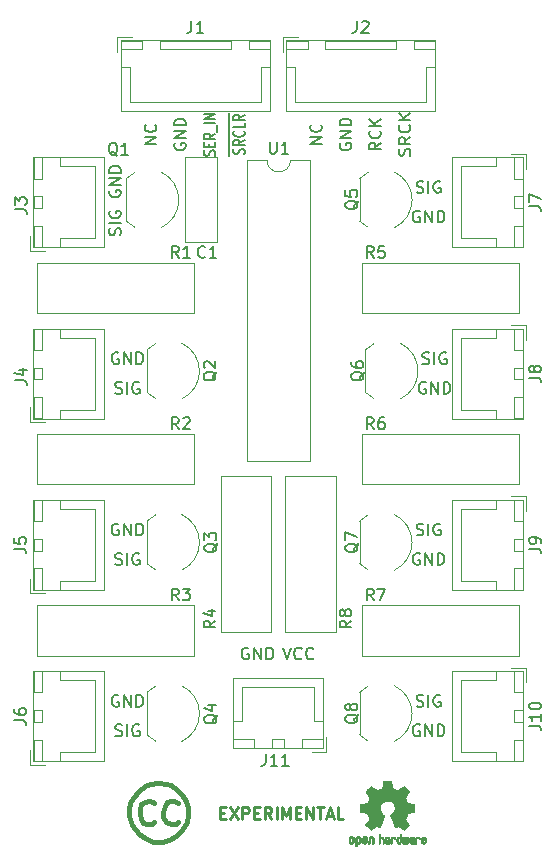
<source format=gbr>
G04 #@! TF.GenerationSoftware,KiCad,Pcbnew,(5.1.4)-1*
G04 #@! TF.CreationDate,2020-01-27T08:50:11+02:00*
G04 #@! TF.ProjectId,8_switch_array,385f7377-6974-4636-985f-61727261792e,rev?*
G04 #@! TF.SameCoordinates,Original*
G04 #@! TF.FileFunction,Legend,Top*
G04 #@! TF.FilePolarity,Positive*
%FSLAX46Y46*%
G04 Gerber Fmt 4.6, Leading zero omitted, Abs format (unit mm)*
G04 Created by KiCad (PCBNEW (5.1.4)-1) date 2020-01-27 08:50:11*
%MOMM*%
%LPD*%
G04 APERTURE LIST*
%ADD10C,0.150000*%
%ADD11C,0.250000*%
%ADD12C,0.120000*%
%ADD13C,0.010000*%
%ADD14C,0.381000*%
G04 APERTURE END LIST*
D10*
X133238095Y-91000000D02*
X133142857Y-90952380D01*
X133000000Y-90952380D01*
X132857142Y-91000000D01*
X132761904Y-91095238D01*
X132714285Y-91190476D01*
X132666666Y-91380952D01*
X132666666Y-91523809D01*
X132714285Y-91714285D01*
X132761904Y-91809523D01*
X132857142Y-91904761D01*
X133000000Y-91952380D01*
X133095238Y-91952380D01*
X133238095Y-91904761D01*
X133285714Y-91857142D01*
X133285714Y-91523809D01*
X133095238Y-91523809D01*
X133714285Y-91952380D02*
X133714285Y-90952380D01*
X134285714Y-91952380D01*
X134285714Y-90952380D01*
X134761904Y-91952380D02*
X134761904Y-90952380D01*
X135000000Y-90952380D01*
X135142857Y-91000000D01*
X135238095Y-91095238D01*
X135285714Y-91190476D01*
X135333333Y-91380952D01*
X135333333Y-91523809D01*
X135285714Y-91714285D01*
X135238095Y-91809523D01*
X135142857Y-91904761D01*
X135000000Y-91952380D01*
X134761904Y-91952380D01*
X132976190Y-94404761D02*
X133119047Y-94452380D01*
X133357142Y-94452380D01*
X133452380Y-94404761D01*
X133500000Y-94357142D01*
X133547619Y-94261904D01*
X133547619Y-94166666D01*
X133500000Y-94071428D01*
X133452380Y-94023809D01*
X133357142Y-93976190D01*
X133166666Y-93928571D01*
X133071428Y-93880952D01*
X133023809Y-93833333D01*
X132976190Y-93738095D01*
X132976190Y-93642857D01*
X133023809Y-93547619D01*
X133071428Y-93500000D01*
X133166666Y-93452380D01*
X133404761Y-93452380D01*
X133547619Y-93500000D01*
X133976190Y-94452380D02*
X133976190Y-93452380D01*
X134976190Y-93500000D02*
X134880952Y-93452380D01*
X134738095Y-93452380D01*
X134595238Y-93500000D01*
X134500000Y-93595238D01*
X134452380Y-93690476D01*
X134404761Y-93880952D01*
X134404761Y-94023809D01*
X134452380Y-94214285D01*
X134500000Y-94309523D01*
X134595238Y-94404761D01*
X134738095Y-94452380D01*
X134833333Y-94452380D01*
X134976190Y-94404761D01*
X135023809Y-94357142D01*
X135023809Y-94023809D01*
X134833333Y-94023809D01*
X133238095Y-76500000D02*
X133142857Y-76452380D01*
X133000000Y-76452380D01*
X132857142Y-76500000D01*
X132761904Y-76595238D01*
X132714285Y-76690476D01*
X132666666Y-76880952D01*
X132666666Y-77023809D01*
X132714285Y-77214285D01*
X132761904Y-77309523D01*
X132857142Y-77404761D01*
X133000000Y-77452380D01*
X133095238Y-77452380D01*
X133238095Y-77404761D01*
X133285714Y-77357142D01*
X133285714Y-77023809D01*
X133095238Y-77023809D01*
X133714285Y-77452380D02*
X133714285Y-76452380D01*
X134285714Y-77452380D01*
X134285714Y-76452380D01*
X134761904Y-77452380D02*
X134761904Y-76452380D01*
X135000000Y-76452380D01*
X135142857Y-76500000D01*
X135238095Y-76595238D01*
X135285714Y-76690476D01*
X135333333Y-76880952D01*
X135333333Y-77023809D01*
X135285714Y-77214285D01*
X135238095Y-77309523D01*
X135142857Y-77404761D01*
X135000000Y-77452380D01*
X134761904Y-77452380D01*
X132976190Y-79904761D02*
X133119047Y-79952380D01*
X133357142Y-79952380D01*
X133452380Y-79904761D01*
X133500000Y-79857142D01*
X133547619Y-79761904D01*
X133547619Y-79666666D01*
X133500000Y-79571428D01*
X133452380Y-79523809D01*
X133357142Y-79476190D01*
X133166666Y-79428571D01*
X133071428Y-79380952D01*
X133023809Y-79333333D01*
X132976190Y-79238095D01*
X132976190Y-79142857D01*
X133023809Y-79047619D01*
X133071428Y-79000000D01*
X133166666Y-78952380D01*
X133404761Y-78952380D01*
X133547619Y-79000000D01*
X133976190Y-79952380D02*
X133976190Y-78952380D01*
X134976190Y-79000000D02*
X134880952Y-78952380D01*
X134738095Y-78952380D01*
X134595238Y-79000000D01*
X134500000Y-79095238D01*
X134452380Y-79190476D01*
X134404761Y-79380952D01*
X134404761Y-79523809D01*
X134452380Y-79714285D01*
X134500000Y-79809523D01*
X134595238Y-79904761D01*
X134738095Y-79952380D01*
X134833333Y-79952380D01*
X134976190Y-79904761D01*
X135023809Y-79857142D01*
X135023809Y-79523809D01*
X134833333Y-79523809D01*
X158476190Y-91904761D02*
X158619047Y-91952380D01*
X158857142Y-91952380D01*
X158952380Y-91904761D01*
X159000000Y-91857142D01*
X159047619Y-91761904D01*
X159047619Y-91666666D01*
X159000000Y-91571428D01*
X158952380Y-91523809D01*
X158857142Y-91476190D01*
X158666666Y-91428571D01*
X158571428Y-91380952D01*
X158523809Y-91333333D01*
X158476190Y-91238095D01*
X158476190Y-91142857D01*
X158523809Y-91047619D01*
X158571428Y-91000000D01*
X158666666Y-90952380D01*
X158904761Y-90952380D01*
X159047619Y-91000000D01*
X159476190Y-91952380D02*
X159476190Y-90952380D01*
X160476190Y-91000000D02*
X160380952Y-90952380D01*
X160238095Y-90952380D01*
X160095238Y-91000000D01*
X160000000Y-91095238D01*
X159952380Y-91190476D01*
X159904761Y-91380952D01*
X159904761Y-91523809D01*
X159952380Y-91714285D01*
X160000000Y-91809523D01*
X160095238Y-91904761D01*
X160238095Y-91952380D01*
X160333333Y-91952380D01*
X160476190Y-91904761D01*
X160523809Y-91857142D01*
X160523809Y-91523809D01*
X160333333Y-91523809D01*
X158738095Y-93500000D02*
X158642857Y-93452380D01*
X158500000Y-93452380D01*
X158357142Y-93500000D01*
X158261904Y-93595238D01*
X158214285Y-93690476D01*
X158166666Y-93880952D01*
X158166666Y-94023809D01*
X158214285Y-94214285D01*
X158261904Y-94309523D01*
X158357142Y-94404761D01*
X158500000Y-94452380D01*
X158595238Y-94452380D01*
X158738095Y-94404761D01*
X158785714Y-94357142D01*
X158785714Y-94023809D01*
X158595238Y-94023809D01*
X159214285Y-94452380D02*
X159214285Y-93452380D01*
X159785714Y-94452380D01*
X159785714Y-93452380D01*
X160261904Y-94452380D02*
X160261904Y-93452380D01*
X160500000Y-93452380D01*
X160642857Y-93500000D01*
X160738095Y-93595238D01*
X160785714Y-93690476D01*
X160833333Y-93880952D01*
X160833333Y-94023809D01*
X160785714Y-94214285D01*
X160738095Y-94309523D01*
X160642857Y-94404761D01*
X160500000Y-94452380D01*
X160261904Y-94452380D01*
X158476190Y-77404761D02*
X158619047Y-77452380D01*
X158857142Y-77452380D01*
X158952380Y-77404761D01*
X159000000Y-77357142D01*
X159047619Y-77261904D01*
X159047619Y-77166666D01*
X159000000Y-77071428D01*
X158952380Y-77023809D01*
X158857142Y-76976190D01*
X158666666Y-76928571D01*
X158571428Y-76880952D01*
X158523809Y-76833333D01*
X158476190Y-76738095D01*
X158476190Y-76642857D01*
X158523809Y-76547619D01*
X158571428Y-76500000D01*
X158666666Y-76452380D01*
X158904761Y-76452380D01*
X159047619Y-76500000D01*
X159476190Y-77452380D02*
X159476190Y-76452380D01*
X160476190Y-76500000D02*
X160380952Y-76452380D01*
X160238095Y-76452380D01*
X160095238Y-76500000D01*
X160000000Y-76595238D01*
X159952380Y-76690476D01*
X159904761Y-76880952D01*
X159904761Y-77023809D01*
X159952380Y-77214285D01*
X160000000Y-77309523D01*
X160095238Y-77404761D01*
X160238095Y-77452380D01*
X160333333Y-77452380D01*
X160476190Y-77404761D01*
X160523809Y-77357142D01*
X160523809Y-77023809D01*
X160333333Y-77023809D01*
X158738095Y-79000000D02*
X158642857Y-78952380D01*
X158500000Y-78952380D01*
X158357142Y-79000000D01*
X158261904Y-79095238D01*
X158214285Y-79190476D01*
X158166666Y-79380952D01*
X158166666Y-79523809D01*
X158214285Y-79714285D01*
X158261904Y-79809523D01*
X158357142Y-79904761D01*
X158500000Y-79952380D01*
X158595238Y-79952380D01*
X158738095Y-79904761D01*
X158785714Y-79857142D01*
X158785714Y-79523809D01*
X158595238Y-79523809D01*
X159214285Y-79952380D02*
X159214285Y-78952380D01*
X159785714Y-79952380D01*
X159785714Y-78952380D01*
X160261904Y-79952380D02*
X160261904Y-78952380D01*
X160500000Y-78952380D01*
X160642857Y-79000000D01*
X160738095Y-79095238D01*
X160785714Y-79190476D01*
X160833333Y-79380952D01*
X160833333Y-79523809D01*
X160785714Y-79714285D01*
X160738095Y-79809523D01*
X160642857Y-79904761D01*
X160500000Y-79952380D01*
X160261904Y-79952380D01*
X142585000Y-45285714D02*
X142585000Y-44571428D01*
X143904761Y-45142857D02*
X143952380Y-45035714D01*
X143952380Y-44857142D01*
X143904761Y-44785714D01*
X143857142Y-44750000D01*
X143761904Y-44714285D01*
X143666666Y-44714285D01*
X143571428Y-44750000D01*
X143523809Y-44785714D01*
X143476190Y-44857142D01*
X143428571Y-45000000D01*
X143380952Y-45071428D01*
X143333333Y-45107142D01*
X143238095Y-45142857D01*
X143142857Y-45142857D01*
X143047619Y-45107142D01*
X143000000Y-45071428D01*
X142952380Y-45000000D01*
X142952380Y-44821428D01*
X143000000Y-44714285D01*
X142585000Y-44571428D02*
X142585000Y-43821428D01*
X143952380Y-43964285D02*
X143476190Y-44214285D01*
X143952380Y-44392857D02*
X142952380Y-44392857D01*
X142952380Y-44107142D01*
X143000000Y-44035714D01*
X143047619Y-44000000D01*
X143142857Y-43964285D01*
X143285714Y-43964285D01*
X143380952Y-44000000D01*
X143428571Y-44035714D01*
X143476190Y-44107142D01*
X143476190Y-44392857D01*
X142585000Y-43821428D02*
X142585000Y-43071428D01*
X143857142Y-43214285D02*
X143904761Y-43250000D01*
X143952380Y-43357142D01*
X143952380Y-43428571D01*
X143904761Y-43535714D01*
X143809523Y-43607142D01*
X143714285Y-43642857D01*
X143523809Y-43678571D01*
X143380952Y-43678571D01*
X143190476Y-43642857D01*
X143095238Y-43607142D01*
X143000000Y-43535714D01*
X142952380Y-43428571D01*
X142952380Y-43357142D01*
X143000000Y-43250000D01*
X143047619Y-43214285D01*
X142585000Y-43071428D02*
X142585000Y-42464285D01*
X143952380Y-42535714D02*
X143952380Y-42892857D01*
X142952380Y-42892857D01*
X142585000Y-42464285D02*
X142585000Y-41714285D01*
X143952380Y-41857142D02*
X143476190Y-42107142D01*
X143952380Y-42285714D02*
X142952380Y-42285714D01*
X142952380Y-42000000D01*
X143000000Y-41928571D01*
X143047619Y-41892857D01*
X143142857Y-41857142D01*
X143285714Y-41857142D01*
X143380952Y-41892857D01*
X143428571Y-41928571D01*
X143476190Y-42000000D01*
X143476190Y-42285714D01*
D11*
X141857142Y-100928571D02*
X142190476Y-100928571D01*
X142333333Y-101452380D02*
X141857142Y-101452380D01*
X141857142Y-100452380D01*
X142333333Y-100452380D01*
X142666666Y-100452380D02*
X143333333Y-101452380D01*
X143333333Y-100452380D02*
X142666666Y-101452380D01*
X143714285Y-101452380D02*
X143714285Y-100452380D01*
X144095238Y-100452380D01*
X144190476Y-100500000D01*
X144238095Y-100547619D01*
X144285714Y-100642857D01*
X144285714Y-100785714D01*
X144238095Y-100880952D01*
X144190476Y-100928571D01*
X144095238Y-100976190D01*
X143714285Y-100976190D01*
X144714285Y-100928571D02*
X145047619Y-100928571D01*
X145190476Y-101452380D02*
X144714285Y-101452380D01*
X144714285Y-100452380D01*
X145190476Y-100452380D01*
X146190476Y-101452380D02*
X145857142Y-100976190D01*
X145619047Y-101452380D02*
X145619047Y-100452380D01*
X146000000Y-100452380D01*
X146095238Y-100500000D01*
X146142857Y-100547619D01*
X146190476Y-100642857D01*
X146190476Y-100785714D01*
X146142857Y-100880952D01*
X146095238Y-100928571D01*
X146000000Y-100976190D01*
X145619047Y-100976190D01*
X146619047Y-101452380D02*
X146619047Y-100452380D01*
X147095238Y-101452380D02*
X147095238Y-100452380D01*
X147428571Y-101166666D01*
X147761904Y-100452380D01*
X147761904Y-101452380D01*
X148238095Y-100928571D02*
X148571428Y-100928571D01*
X148714285Y-101452380D02*
X148238095Y-101452380D01*
X148238095Y-100452380D01*
X148714285Y-100452380D01*
X149142857Y-101452380D02*
X149142857Y-100452380D01*
X149714285Y-101452380D01*
X149714285Y-100452380D01*
X150047619Y-100452380D02*
X150619047Y-100452380D01*
X150333333Y-101452380D02*
X150333333Y-100452380D01*
X150904761Y-101166666D02*
X151380952Y-101166666D01*
X150809523Y-101452380D02*
X151142857Y-100452380D01*
X151476190Y-101452380D01*
X152285714Y-101452380D02*
X151809523Y-101452380D01*
X151809523Y-100452380D01*
D10*
X159238095Y-64500000D02*
X159142857Y-64452380D01*
X159000000Y-64452380D01*
X158857142Y-64500000D01*
X158761904Y-64595238D01*
X158714285Y-64690476D01*
X158666666Y-64880952D01*
X158666666Y-65023809D01*
X158714285Y-65214285D01*
X158761904Y-65309523D01*
X158857142Y-65404761D01*
X159000000Y-65452380D01*
X159095238Y-65452380D01*
X159238095Y-65404761D01*
X159285714Y-65357142D01*
X159285714Y-65023809D01*
X159095238Y-65023809D01*
X159714285Y-65452380D02*
X159714285Y-64452380D01*
X160285714Y-65452380D01*
X160285714Y-64452380D01*
X160761904Y-65452380D02*
X160761904Y-64452380D01*
X161000000Y-64452380D01*
X161142857Y-64500000D01*
X161238095Y-64595238D01*
X161285714Y-64690476D01*
X161333333Y-64880952D01*
X161333333Y-65023809D01*
X161285714Y-65214285D01*
X161238095Y-65309523D01*
X161142857Y-65404761D01*
X161000000Y-65452380D01*
X160761904Y-65452380D01*
X158976190Y-62904761D02*
X159119047Y-62952380D01*
X159357142Y-62952380D01*
X159452380Y-62904761D01*
X159500000Y-62857142D01*
X159547619Y-62761904D01*
X159547619Y-62666666D01*
X159500000Y-62571428D01*
X159452380Y-62523809D01*
X159357142Y-62476190D01*
X159166666Y-62428571D01*
X159071428Y-62380952D01*
X159023809Y-62333333D01*
X158976190Y-62238095D01*
X158976190Y-62142857D01*
X159023809Y-62047619D01*
X159071428Y-62000000D01*
X159166666Y-61952380D01*
X159404761Y-61952380D01*
X159547619Y-62000000D01*
X159976190Y-62952380D02*
X159976190Y-61952380D01*
X160976190Y-62000000D02*
X160880952Y-61952380D01*
X160738095Y-61952380D01*
X160595238Y-62000000D01*
X160500000Y-62095238D01*
X160452380Y-62190476D01*
X160404761Y-62380952D01*
X160404761Y-62523809D01*
X160452380Y-62714285D01*
X160500000Y-62809523D01*
X160595238Y-62904761D01*
X160738095Y-62952380D01*
X160833333Y-62952380D01*
X160976190Y-62904761D01*
X161023809Y-62857142D01*
X161023809Y-62523809D01*
X160833333Y-62523809D01*
X158476190Y-48404761D02*
X158619047Y-48452380D01*
X158857142Y-48452380D01*
X158952380Y-48404761D01*
X159000000Y-48357142D01*
X159047619Y-48261904D01*
X159047619Y-48166666D01*
X159000000Y-48071428D01*
X158952380Y-48023809D01*
X158857142Y-47976190D01*
X158666666Y-47928571D01*
X158571428Y-47880952D01*
X158523809Y-47833333D01*
X158476190Y-47738095D01*
X158476190Y-47642857D01*
X158523809Y-47547619D01*
X158571428Y-47500000D01*
X158666666Y-47452380D01*
X158904761Y-47452380D01*
X159047619Y-47500000D01*
X159476190Y-48452380D02*
X159476190Y-47452380D01*
X160476190Y-47500000D02*
X160380952Y-47452380D01*
X160238095Y-47452380D01*
X160095238Y-47500000D01*
X160000000Y-47595238D01*
X159952380Y-47690476D01*
X159904761Y-47880952D01*
X159904761Y-48023809D01*
X159952380Y-48214285D01*
X160000000Y-48309523D01*
X160095238Y-48404761D01*
X160238095Y-48452380D01*
X160333333Y-48452380D01*
X160476190Y-48404761D01*
X160523809Y-48357142D01*
X160523809Y-48023809D01*
X160333333Y-48023809D01*
X158738095Y-50000000D02*
X158642857Y-49952380D01*
X158500000Y-49952380D01*
X158357142Y-50000000D01*
X158261904Y-50095238D01*
X158214285Y-50190476D01*
X158166666Y-50380952D01*
X158166666Y-50523809D01*
X158214285Y-50714285D01*
X158261904Y-50809523D01*
X158357142Y-50904761D01*
X158500000Y-50952380D01*
X158595238Y-50952380D01*
X158738095Y-50904761D01*
X158785714Y-50857142D01*
X158785714Y-50523809D01*
X158595238Y-50523809D01*
X159214285Y-50952380D02*
X159214285Y-49952380D01*
X159785714Y-50952380D01*
X159785714Y-49952380D01*
X160261904Y-50952380D02*
X160261904Y-49952380D01*
X160500000Y-49952380D01*
X160642857Y-50000000D01*
X160738095Y-50095238D01*
X160785714Y-50190476D01*
X160833333Y-50380952D01*
X160833333Y-50523809D01*
X160785714Y-50714285D01*
X160738095Y-50809523D01*
X160642857Y-50904761D01*
X160500000Y-50952380D01*
X160261904Y-50952380D01*
X132976190Y-65404761D02*
X133119047Y-65452380D01*
X133357142Y-65452380D01*
X133452380Y-65404761D01*
X133500000Y-65357142D01*
X133547619Y-65261904D01*
X133547619Y-65166666D01*
X133500000Y-65071428D01*
X133452380Y-65023809D01*
X133357142Y-64976190D01*
X133166666Y-64928571D01*
X133071428Y-64880952D01*
X133023809Y-64833333D01*
X132976190Y-64738095D01*
X132976190Y-64642857D01*
X133023809Y-64547619D01*
X133071428Y-64500000D01*
X133166666Y-64452380D01*
X133404761Y-64452380D01*
X133547619Y-64500000D01*
X133976190Y-65452380D02*
X133976190Y-64452380D01*
X134976190Y-64500000D02*
X134880952Y-64452380D01*
X134738095Y-64452380D01*
X134595238Y-64500000D01*
X134500000Y-64595238D01*
X134452380Y-64690476D01*
X134404761Y-64880952D01*
X134404761Y-65023809D01*
X134452380Y-65214285D01*
X134500000Y-65309523D01*
X134595238Y-65404761D01*
X134738095Y-65452380D01*
X134833333Y-65452380D01*
X134976190Y-65404761D01*
X135023809Y-65357142D01*
X135023809Y-65023809D01*
X134833333Y-65023809D01*
X133238095Y-62000000D02*
X133142857Y-61952380D01*
X133000000Y-61952380D01*
X132857142Y-62000000D01*
X132761904Y-62095238D01*
X132714285Y-62190476D01*
X132666666Y-62380952D01*
X132666666Y-62523809D01*
X132714285Y-62714285D01*
X132761904Y-62809523D01*
X132857142Y-62904761D01*
X133000000Y-62952380D01*
X133095238Y-62952380D01*
X133238095Y-62904761D01*
X133285714Y-62857142D01*
X133285714Y-62523809D01*
X133095238Y-62523809D01*
X133714285Y-62952380D02*
X133714285Y-61952380D01*
X134285714Y-62952380D01*
X134285714Y-61952380D01*
X134761904Y-62952380D02*
X134761904Y-61952380D01*
X135000000Y-61952380D01*
X135142857Y-62000000D01*
X135238095Y-62095238D01*
X135285714Y-62190476D01*
X135333333Y-62380952D01*
X135333333Y-62523809D01*
X135285714Y-62714285D01*
X135238095Y-62809523D01*
X135142857Y-62904761D01*
X135000000Y-62952380D01*
X134761904Y-62952380D01*
X132500000Y-48261904D02*
X132452380Y-48357142D01*
X132452380Y-48500000D01*
X132500000Y-48642857D01*
X132595238Y-48738095D01*
X132690476Y-48785714D01*
X132880952Y-48833333D01*
X133023809Y-48833333D01*
X133214285Y-48785714D01*
X133309523Y-48738095D01*
X133404761Y-48642857D01*
X133452380Y-48500000D01*
X133452380Y-48404761D01*
X133404761Y-48261904D01*
X133357142Y-48214285D01*
X133023809Y-48214285D01*
X133023809Y-48404761D01*
X133452380Y-47785714D02*
X132452380Y-47785714D01*
X133452380Y-47214285D01*
X132452380Y-47214285D01*
X133452380Y-46738095D02*
X132452380Y-46738095D01*
X132452380Y-46500000D01*
X132500000Y-46357142D01*
X132595238Y-46261904D01*
X132690476Y-46214285D01*
X132880952Y-46166666D01*
X133023809Y-46166666D01*
X133214285Y-46214285D01*
X133309523Y-46261904D01*
X133404761Y-46357142D01*
X133452380Y-46500000D01*
X133452380Y-46738095D01*
X133404761Y-52023809D02*
X133452380Y-51880952D01*
X133452380Y-51642857D01*
X133404761Y-51547619D01*
X133357142Y-51500000D01*
X133261904Y-51452380D01*
X133166666Y-51452380D01*
X133071428Y-51500000D01*
X133023809Y-51547619D01*
X132976190Y-51642857D01*
X132928571Y-51833333D01*
X132880952Y-51928571D01*
X132833333Y-51976190D01*
X132738095Y-52023809D01*
X132642857Y-52023809D01*
X132547619Y-51976190D01*
X132500000Y-51928571D01*
X132452380Y-51833333D01*
X132452380Y-51595238D01*
X132500000Y-51452380D01*
X133452380Y-51023809D02*
X132452380Y-51023809D01*
X132500000Y-50023809D02*
X132452380Y-50119047D01*
X132452380Y-50261904D01*
X132500000Y-50404761D01*
X132595238Y-50500000D01*
X132690476Y-50547619D01*
X132880952Y-50595238D01*
X133023809Y-50595238D01*
X133214285Y-50547619D01*
X133309523Y-50500000D01*
X133404761Y-50404761D01*
X133452380Y-50261904D01*
X133452380Y-50166666D01*
X133404761Y-50023809D01*
X133357142Y-49976190D01*
X133023809Y-49976190D01*
X133023809Y-50166666D01*
X147166666Y-86952380D02*
X147500000Y-87952380D01*
X147833333Y-86952380D01*
X148738095Y-87857142D02*
X148690476Y-87904761D01*
X148547619Y-87952380D01*
X148452380Y-87952380D01*
X148309523Y-87904761D01*
X148214285Y-87809523D01*
X148166666Y-87714285D01*
X148119047Y-87523809D01*
X148119047Y-87380952D01*
X148166666Y-87190476D01*
X148214285Y-87095238D01*
X148309523Y-87000000D01*
X148452380Y-86952380D01*
X148547619Y-86952380D01*
X148690476Y-87000000D01*
X148738095Y-87047619D01*
X149738095Y-87857142D02*
X149690476Y-87904761D01*
X149547619Y-87952380D01*
X149452380Y-87952380D01*
X149309523Y-87904761D01*
X149214285Y-87809523D01*
X149166666Y-87714285D01*
X149119047Y-87523809D01*
X149119047Y-87380952D01*
X149166666Y-87190476D01*
X149214285Y-87095238D01*
X149309523Y-87000000D01*
X149452380Y-86952380D01*
X149547619Y-86952380D01*
X149690476Y-87000000D01*
X149738095Y-87047619D01*
X144238095Y-87000000D02*
X144142857Y-86952380D01*
X144000000Y-86952380D01*
X143857142Y-87000000D01*
X143761904Y-87095238D01*
X143714285Y-87190476D01*
X143666666Y-87380952D01*
X143666666Y-87523809D01*
X143714285Y-87714285D01*
X143761904Y-87809523D01*
X143857142Y-87904761D01*
X144000000Y-87952380D01*
X144095238Y-87952380D01*
X144238095Y-87904761D01*
X144285714Y-87857142D01*
X144285714Y-87523809D01*
X144095238Y-87523809D01*
X144714285Y-87952380D02*
X144714285Y-86952380D01*
X145285714Y-87952380D01*
X145285714Y-86952380D01*
X145761904Y-87952380D02*
X145761904Y-86952380D01*
X146000000Y-86952380D01*
X146142857Y-87000000D01*
X146238095Y-87095238D01*
X146285714Y-87190476D01*
X146333333Y-87380952D01*
X146333333Y-87523809D01*
X146285714Y-87714285D01*
X146238095Y-87809523D01*
X146142857Y-87904761D01*
X146000000Y-87952380D01*
X145761904Y-87952380D01*
X152000000Y-44261904D02*
X151952380Y-44357142D01*
X151952380Y-44500000D01*
X152000000Y-44642857D01*
X152095238Y-44738095D01*
X152190476Y-44785714D01*
X152380952Y-44833333D01*
X152523809Y-44833333D01*
X152714285Y-44785714D01*
X152809523Y-44738095D01*
X152904761Y-44642857D01*
X152952380Y-44500000D01*
X152952380Y-44404761D01*
X152904761Y-44261904D01*
X152857142Y-44214285D01*
X152523809Y-44214285D01*
X152523809Y-44404761D01*
X152952380Y-43785714D02*
X151952380Y-43785714D01*
X152952380Y-43214285D01*
X151952380Y-43214285D01*
X152952380Y-42738095D02*
X151952380Y-42738095D01*
X151952380Y-42500000D01*
X152000000Y-42357142D01*
X152095238Y-42261904D01*
X152190476Y-42214285D01*
X152380952Y-42166666D01*
X152523809Y-42166666D01*
X152714285Y-42214285D01*
X152809523Y-42261904D01*
X152904761Y-42357142D01*
X152952380Y-42500000D01*
X152952380Y-42738095D01*
X150452380Y-44285714D02*
X149452380Y-44285714D01*
X150452380Y-43714285D01*
X149452380Y-43714285D01*
X150357142Y-42666666D02*
X150404761Y-42714285D01*
X150452380Y-42857142D01*
X150452380Y-42952380D01*
X150404761Y-43095238D01*
X150309523Y-43190476D01*
X150214285Y-43238095D01*
X150023809Y-43285714D01*
X149880952Y-43285714D01*
X149690476Y-43238095D01*
X149595238Y-43190476D01*
X149500000Y-43095238D01*
X149452380Y-42952380D01*
X149452380Y-42857142D01*
X149500000Y-42714285D01*
X149547619Y-42666666D01*
X157904761Y-45285714D02*
X157952380Y-45142857D01*
X157952380Y-44904761D01*
X157904761Y-44809523D01*
X157857142Y-44761904D01*
X157761904Y-44714285D01*
X157666666Y-44714285D01*
X157571428Y-44761904D01*
X157523809Y-44809523D01*
X157476190Y-44904761D01*
X157428571Y-45095238D01*
X157380952Y-45190476D01*
X157333333Y-45238095D01*
X157238095Y-45285714D01*
X157142857Y-45285714D01*
X157047619Y-45238095D01*
X157000000Y-45190476D01*
X156952380Y-45095238D01*
X156952380Y-44857142D01*
X157000000Y-44714285D01*
X157952380Y-43714285D02*
X157476190Y-44047619D01*
X157952380Y-44285714D02*
X156952380Y-44285714D01*
X156952380Y-43904761D01*
X157000000Y-43809523D01*
X157047619Y-43761904D01*
X157142857Y-43714285D01*
X157285714Y-43714285D01*
X157380952Y-43761904D01*
X157428571Y-43809523D01*
X157476190Y-43904761D01*
X157476190Y-44285714D01*
X157857142Y-42714285D02*
X157904761Y-42761904D01*
X157952380Y-42904761D01*
X157952380Y-43000000D01*
X157904761Y-43142857D01*
X157809523Y-43238095D01*
X157714285Y-43285714D01*
X157523809Y-43333333D01*
X157380952Y-43333333D01*
X157190476Y-43285714D01*
X157095238Y-43238095D01*
X157000000Y-43142857D01*
X156952380Y-43000000D01*
X156952380Y-42904761D01*
X157000000Y-42761904D01*
X157047619Y-42714285D01*
X157952380Y-42285714D02*
X156952380Y-42285714D01*
X157952380Y-41714285D02*
X157380952Y-42142857D01*
X156952380Y-41714285D02*
X157523809Y-42285714D01*
X138000000Y-44261904D02*
X137952380Y-44357142D01*
X137952380Y-44500000D01*
X138000000Y-44642857D01*
X138095238Y-44738095D01*
X138190476Y-44785714D01*
X138380952Y-44833333D01*
X138523809Y-44833333D01*
X138714285Y-44785714D01*
X138809523Y-44738095D01*
X138904761Y-44642857D01*
X138952380Y-44500000D01*
X138952380Y-44404761D01*
X138904761Y-44261904D01*
X138857142Y-44214285D01*
X138523809Y-44214285D01*
X138523809Y-44404761D01*
X138952380Y-43785714D02*
X137952380Y-43785714D01*
X138952380Y-43214285D01*
X137952380Y-43214285D01*
X138952380Y-42738095D02*
X137952380Y-42738095D01*
X137952380Y-42500000D01*
X138000000Y-42357142D01*
X138095238Y-42261904D01*
X138190476Y-42214285D01*
X138380952Y-42166666D01*
X138523809Y-42166666D01*
X138714285Y-42214285D01*
X138809523Y-42261904D01*
X138904761Y-42357142D01*
X138952380Y-42500000D01*
X138952380Y-42738095D01*
X136452380Y-44285714D02*
X135452380Y-44285714D01*
X136452380Y-43714285D01*
X135452380Y-43714285D01*
X136357142Y-42666666D02*
X136404761Y-42714285D01*
X136452380Y-42857142D01*
X136452380Y-42952380D01*
X136404761Y-43095238D01*
X136309523Y-43190476D01*
X136214285Y-43238095D01*
X136023809Y-43285714D01*
X135880952Y-43285714D01*
X135690476Y-43238095D01*
X135595238Y-43190476D01*
X135500000Y-43095238D01*
X135452380Y-42952380D01*
X135452380Y-42857142D01*
X135500000Y-42714285D01*
X135547619Y-42666666D01*
X141404761Y-45285714D02*
X141452380Y-45178571D01*
X141452380Y-45000000D01*
X141404761Y-44928571D01*
X141357142Y-44892857D01*
X141261904Y-44857142D01*
X141166666Y-44857142D01*
X141071428Y-44892857D01*
X141023809Y-44928571D01*
X140976190Y-45000000D01*
X140928571Y-45142857D01*
X140880952Y-45214285D01*
X140833333Y-45250000D01*
X140738095Y-45285714D01*
X140642857Y-45285714D01*
X140547619Y-45250000D01*
X140500000Y-45214285D01*
X140452380Y-45142857D01*
X140452380Y-44964285D01*
X140500000Y-44857142D01*
X140928571Y-44535714D02*
X140928571Y-44285714D01*
X141452380Y-44178571D02*
X141452380Y-44535714D01*
X140452380Y-44535714D01*
X140452380Y-44178571D01*
X141452380Y-43428571D02*
X140976190Y-43678571D01*
X141452380Y-43857142D02*
X140452380Y-43857142D01*
X140452380Y-43571428D01*
X140500000Y-43500000D01*
X140547619Y-43464285D01*
X140642857Y-43428571D01*
X140785714Y-43428571D01*
X140880952Y-43464285D01*
X140928571Y-43500000D01*
X140976190Y-43571428D01*
X140976190Y-43857142D01*
X141547619Y-43285714D02*
X141547619Y-42714285D01*
X141452380Y-42535714D02*
X140452380Y-42535714D01*
X141452380Y-42178571D02*
X140452380Y-42178571D01*
X141452380Y-41750000D01*
X140452380Y-41750000D01*
X155452380Y-44190476D02*
X154976190Y-44523809D01*
X155452380Y-44761904D02*
X154452380Y-44761904D01*
X154452380Y-44380952D01*
X154500000Y-44285714D01*
X154547619Y-44238095D01*
X154642857Y-44190476D01*
X154785714Y-44190476D01*
X154880952Y-44238095D01*
X154928571Y-44285714D01*
X154976190Y-44380952D01*
X154976190Y-44761904D01*
X155357142Y-43190476D02*
X155404761Y-43238095D01*
X155452380Y-43380952D01*
X155452380Y-43476190D01*
X155404761Y-43619047D01*
X155309523Y-43714285D01*
X155214285Y-43761904D01*
X155023809Y-43809523D01*
X154880952Y-43809523D01*
X154690476Y-43761904D01*
X154595238Y-43714285D01*
X154500000Y-43619047D01*
X154452380Y-43476190D01*
X154452380Y-43380952D01*
X154500000Y-43238095D01*
X154547619Y-43190476D01*
X155452380Y-42761904D02*
X154452380Y-42761904D01*
X155452380Y-42190476D02*
X154880952Y-42619047D01*
X154452380Y-42190476D02*
X155023809Y-42761904D01*
D12*
X149460000Y-45670000D02*
X147810000Y-45670000D01*
X149460000Y-71190000D02*
X149460000Y-45670000D01*
X144160000Y-71190000D02*
X149460000Y-71190000D01*
X144160000Y-45670000D02*
X144160000Y-71190000D01*
X145810000Y-45670000D02*
X144160000Y-45670000D01*
X147810000Y-45670000D02*
G75*
G02X145810000Y-45670000I-1000000J0D01*
G01*
X151620000Y-85620000D02*
X147380000Y-85620000D01*
X151620000Y-72380000D02*
X147380000Y-72380000D01*
X147380000Y-72380000D02*
X147380000Y-85620000D01*
X151620000Y-72380000D02*
X151620000Y-85620000D01*
X167120000Y-83380000D02*
X167120000Y-87620000D01*
X153880000Y-83380000D02*
X153880000Y-87620000D01*
X153880000Y-87620000D02*
X167120000Y-87620000D01*
X153880000Y-83380000D02*
X167120000Y-83380000D01*
X146120000Y-85620000D02*
X141880000Y-85620000D01*
X146120000Y-72380000D02*
X141880000Y-72380000D01*
X141880000Y-72380000D02*
X141880000Y-85620000D01*
X146120000Y-72380000D02*
X146120000Y-85620000D01*
X126380000Y-87620000D02*
X126380000Y-83380000D01*
X139620000Y-87620000D02*
X139620000Y-83380000D01*
X139620000Y-83380000D02*
X126380000Y-83380000D01*
X139620000Y-87620000D02*
X126380000Y-87620000D01*
X154377205Y-94864184D02*
G75*
G02X153650000Y-94340000I1122795J2324184D01*
G01*
X156598807Y-94896400D02*
G75*
G03X158100000Y-92540000I-1098807J2356400D01*
G01*
X156598807Y-90183600D02*
G75*
G02X158100000Y-92540000I-1098807J-2356400D01*
G01*
X154377205Y-90215816D02*
G75*
G03X153650000Y-90740000I1122795J-2324184D01*
G01*
X153650000Y-90740000D02*
X153650000Y-94340000D01*
X154377205Y-80364184D02*
G75*
G02X153650000Y-79840000I1122795J2324184D01*
G01*
X156598807Y-80396400D02*
G75*
G03X158100000Y-78040000I-1098807J2356400D01*
G01*
X156598807Y-75683600D02*
G75*
G02X158100000Y-78040000I-1098807J-2356400D01*
G01*
X154377205Y-75715816D02*
G75*
G03X153650000Y-76240000I1122795J-2324184D01*
G01*
X153650000Y-76240000D02*
X153650000Y-79840000D01*
X136377205Y-94864184D02*
G75*
G02X135650000Y-94340000I1122795J2324184D01*
G01*
X138598807Y-94896400D02*
G75*
G03X140100000Y-92540000I-1098807J2356400D01*
G01*
X138598807Y-90183600D02*
G75*
G02X140100000Y-92540000I-1098807J-2356400D01*
G01*
X136377205Y-90215816D02*
G75*
G03X135650000Y-90740000I1122795J-2324184D01*
G01*
X135650000Y-90740000D02*
X135650000Y-94340000D01*
X136377205Y-80364184D02*
G75*
G02X135650000Y-79840000I1122795J2324184D01*
G01*
X138598807Y-80396400D02*
G75*
G03X140100000Y-78040000I-1098807J2356400D01*
G01*
X138598807Y-75683600D02*
G75*
G02X140100000Y-78040000I-1098807J-2356400D01*
G01*
X136377205Y-75715816D02*
G75*
G03X135650000Y-76240000I1122795J-2324184D01*
G01*
X135650000Y-76240000D02*
X135650000Y-79840000D01*
X167750000Y-88650000D02*
X166500000Y-88650000D01*
X167750000Y-89900000D02*
X167750000Y-88650000D01*
X162250000Y-95800000D02*
X162250000Y-92750000D01*
X165200000Y-95800000D02*
X162250000Y-95800000D01*
X165200000Y-96550000D02*
X165200000Y-95800000D01*
X162250000Y-89700000D02*
X162250000Y-92750000D01*
X165200000Y-89700000D02*
X162250000Y-89700000D01*
X165200000Y-88950000D02*
X165200000Y-89700000D01*
X167450000Y-96550000D02*
X167450000Y-94750000D01*
X166700000Y-96550000D02*
X167450000Y-96550000D01*
X166700000Y-94750000D02*
X166700000Y-96550000D01*
X167450000Y-94750000D02*
X166700000Y-94750000D01*
X167450000Y-90750000D02*
X167450000Y-88950000D01*
X166700000Y-90750000D02*
X167450000Y-90750000D01*
X166700000Y-88950000D02*
X166700000Y-90750000D01*
X167450000Y-88950000D02*
X166700000Y-88950000D01*
X167450000Y-93250000D02*
X167450000Y-92250000D01*
X166700000Y-93250000D02*
X167450000Y-93250000D01*
X166700000Y-92250000D02*
X166700000Y-93250000D01*
X167450000Y-92250000D02*
X166700000Y-92250000D01*
X167460000Y-96560000D02*
X167460000Y-88940000D01*
X161490000Y-96560000D02*
X167460000Y-96560000D01*
X161490000Y-88940000D02*
X161490000Y-96560000D01*
X167460000Y-88940000D02*
X161490000Y-88940000D01*
X167750000Y-74150000D02*
X166500000Y-74150000D01*
X167750000Y-75400000D02*
X167750000Y-74150000D01*
X162250000Y-81300000D02*
X162250000Y-78250000D01*
X165200000Y-81300000D02*
X162250000Y-81300000D01*
X165200000Y-82050000D02*
X165200000Y-81300000D01*
X162250000Y-75200000D02*
X162250000Y-78250000D01*
X165200000Y-75200000D02*
X162250000Y-75200000D01*
X165200000Y-74450000D02*
X165200000Y-75200000D01*
X167450000Y-82050000D02*
X167450000Y-80250000D01*
X166700000Y-82050000D02*
X167450000Y-82050000D01*
X166700000Y-80250000D02*
X166700000Y-82050000D01*
X167450000Y-80250000D02*
X166700000Y-80250000D01*
X167450000Y-76250000D02*
X167450000Y-74450000D01*
X166700000Y-76250000D02*
X167450000Y-76250000D01*
X166700000Y-74450000D02*
X166700000Y-76250000D01*
X167450000Y-74450000D02*
X166700000Y-74450000D01*
X167450000Y-78750000D02*
X167450000Y-77750000D01*
X166700000Y-78750000D02*
X167450000Y-78750000D01*
X166700000Y-77750000D02*
X166700000Y-78750000D01*
X167450000Y-77750000D02*
X166700000Y-77750000D01*
X167460000Y-82060000D02*
X167460000Y-74440000D01*
X161490000Y-82060000D02*
X167460000Y-82060000D01*
X161490000Y-74440000D02*
X161490000Y-82060000D01*
X167460000Y-74440000D02*
X161490000Y-74440000D01*
X125750000Y-96850000D02*
X127000000Y-96850000D01*
X125750000Y-95600000D02*
X125750000Y-96850000D01*
X131250000Y-89700000D02*
X131250000Y-92750000D01*
X128300000Y-89700000D02*
X131250000Y-89700000D01*
X128300000Y-88950000D02*
X128300000Y-89700000D01*
X131250000Y-95800000D02*
X131250000Y-92750000D01*
X128300000Y-95800000D02*
X131250000Y-95800000D01*
X128300000Y-96550000D02*
X128300000Y-95800000D01*
X126050000Y-88950000D02*
X126050000Y-90750000D01*
X126800000Y-88950000D02*
X126050000Y-88950000D01*
X126800000Y-90750000D02*
X126800000Y-88950000D01*
X126050000Y-90750000D02*
X126800000Y-90750000D01*
X126050000Y-94750000D02*
X126050000Y-96550000D01*
X126800000Y-94750000D02*
X126050000Y-94750000D01*
X126800000Y-96550000D02*
X126800000Y-94750000D01*
X126050000Y-96550000D02*
X126800000Y-96550000D01*
X126050000Y-92250000D02*
X126050000Y-93250000D01*
X126800000Y-92250000D02*
X126050000Y-92250000D01*
X126800000Y-93250000D02*
X126800000Y-92250000D01*
X126050000Y-93250000D02*
X126800000Y-93250000D01*
X126040000Y-88940000D02*
X126040000Y-96560000D01*
X132010000Y-88940000D02*
X126040000Y-88940000D01*
X132010000Y-96560000D02*
X132010000Y-88940000D01*
X126040000Y-96560000D02*
X132010000Y-96560000D01*
X125750000Y-82350000D02*
X127000000Y-82350000D01*
X125750000Y-81100000D02*
X125750000Y-82350000D01*
X131250000Y-75200000D02*
X131250000Y-78250000D01*
X128300000Y-75200000D02*
X131250000Y-75200000D01*
X128300000Y-74450000D02*
X128300000Y-75200000D01*
X131250000Y-81300000D02*
X131250000Y-78250000D01*
X128300000Y-81300000D02*
X131250000Y-81300000D01*
X128300000Y-82050000D02*
X128300000Y-81300000D01*
X126050000Y-74450000D02*
X126050000Y-76250000D01*
X126800000Y-74450000D02*
X126050000Y-74450000D01*
X126800000Y-76250000D02*
X126800000Y-74450000D01*
X126050000Y-76250000D02*
X126800000Y-76250000D01*
X126050000Y-80250000D02*
X126050000Y-82050000D01*
X126800000Y-80250000D02*
X126050000Y-80250000D01*
X126800000Y-82050000D02*
X126800000Y-80250000D01*
X126050000Y-82050000D02*
X126800000Y-82050000D01*
X126050000Y-77750000D02*
X126050000Y-78750000D01*
X126800000Y-77750000D02*
X126050000Y-77750000D01*
X126800000Y-78750000D02*
X126800000Y-77750000D01*
X126050000Y-78750000D02*
X126800000Y-78750000D01*
X126040000Y-74440000D02*
X126040000Y-82060000D01*
X132010000Y-74440000D02*
X126040000Y-74440000D01*
X132010000Y-82060000D02*
X132010000Y-74440000D01*
X126040000Y-82060000D02*
X132010000Y-82060000D01*
X138880000Y-45380000D02*
X141620000Y-45380000D01*
X138880000Y-52620000D02*
X141620000Y-52620000D01*
X141620000Y-52620000D02*
X141620000Y-45380000D01*
X138880000Y-52620000D02*
X138880000Y-45380000D01*
D13*
G36*
X156103910Y-98242348D02*
G01*
X156182454Y-98242778D01*
X156239298Y-98243942D01*
X156278105Y-98246207D01*
X156302538Y-98249940D01*
X156316262Y-98255506D01*
X156322940Y-98263273D01*
X156326236Y-98273605D01*
X156326556Y-98274943D01*
X156331562Y-98299079D01*
X156340829Y-98346701D01*
X156353392Y-98412741D01*
X156368287Y-98492128D01*
X156384551Y-98579796D01*
X156385119Y-98582875D01*
X156401410Y-98668789D01*
X156416652Y-98744696D01*
X156429861Y-98806045D01*
X156440054Y-98848282D01*
X156446248Y-98866855D01*
X156446543Y-98867184D01*
X156464788Y-98876253D01*
X156502405Y-98891367D01*
X156551271Y-98909262D01*
X156551543Y-98909358D01*
X156613093Y-98932493D01*
X156685657Y-98961965D01*
X156754057Y-98991597D01*
X156757294Y-98993062D01*
X156868702Y-99043626D01*
X157115399Y-98875160D01*
X157191077Y-98823803D01*
X157259631Y-98777889D01*
X157317088Y-98740030D01*
X157359476Y-98712837D01*
X157382825Y-98698921D01*
X157385042Y-98697889D01*
X157402010Y-98702484D01*
X157433701Y-98724655D01*
X157481352Y-98765447D01*
X157546198Y-98825905D01*
X157612397Y-98890227D01*
X157676214Y-98953612D01*
X157733329Y-99011451D01*
X157780305Y-99060175D01*
X157813703Y-99096210D01*
X157830085Y-99115984D01*
X157830694Y-99117002D01*
X157832505Y-99130572D01*
X157825683Y-99152733D01*
X157808540Y-99186478D01*
X157779393Y-99234800D01*
X157736555Y-99300692D01*
X157679448Y-99385517D01*
X157628766Y-99460177D01*
X157583461Y-99527140D01*
X157546150Y-99582516D01*
X157519452Y-99622420D01*
X157505985Y-99642962D01*
X157505137Y-99644356D01*
X157506781Y-99664038D01*
X157519245Y-99702293D01*
X157540048Y-99751889D01*
X157547462Y-99767728D01*
X157579814Y-99838290D01*
X157614328Y-99918353D01*
X157642365Y-99987629D01*
X157662568Y-100039045D01*
X157678615Y-100078119D01*
X157687888Y-100098541D01*
X157689041Y-100100114D01*
X157706096Y-100102721D01*
X157746298Y-100109863D01*
X157804302Y-100120523D01*
X157874763Y-100133685D01*
X157952335Y-100148333D01*
X158031672Y-100163449D01*
X158107431Y-100178018D01*
X158174264Y-100191022D01*
X158226828Y-100201445D01*
X158259776Y-100208270D01*
X158267857Y-100210199D01*
X158276205Y-100214962D01*
X158282506Y-100225718D01*
X158287045Y-100246098D01*
X158290104Y-100279734D01*
X158291967Y-100330255D01*
X158292918Y-100401292D01*
X158293240Y-100496476D01*
X158293257Y-100535492D01*
X158293257Y-100852799D01*
X158217057Y-100867839D01*
X158174663Y-100875995D01*
X158111400Y-100887899D01*
X158034962Y-100902116D01*
X157953043Y-100917210D01*
X157930400Y-100921355D01*
X157854806Y-100936053D01*
X157788953Y-100950505D01*
X157738366Y-100963375D01*
X157708574Y-100973322D01*
X157703612Y-100976287D01*
X157691426Y-100997283D01*
X157673953Y-101037967D01*
X157654577Y-101090322D01*
X157650734Y-101101600D01*
X157625339Y-101171523D01*
X157593817Y-101250418D01*
X157562969Y-101321266D01*
X157562817Y-101321595D01*
X157511447Y-101432733D01*
X157680399Y-101681253D01*
X157849352Y-101929772D01*
X157632429Y-102147058D01*
X157566819Y-102211726D01*
X157506979Y-102268733D01*
X157456267Y-102315033D01*
X157418046Y-102347584D01*
X157395675Y-102363343D01*
X157392466Y-102364343D01*
X157373626Y-102356469D01*
X157335180Y-102334578D01*
X157281330Y-102301267D01*
X157216276Y-102259131D01*
X157145940Y-102211943D01*
X157074555Y-102163810D01*
X157010908Y-102121928D01*
X156959041Y-102088871D01*
X156922995Y-102067218D01*
X156906867Y-102059543D01*
X156887189Y-102066037D01*
X156849875Y-102083150D01*
X156802621Y-102107326D01*
X156797612Y-102110013D01*
X156733977Y-102141927D01*
X156690341Y-102157579D01*
X156663202Y-102157745D01*
X156649057Y-102143204D01*
X156648975Y-102143000D01*
X156641905Y-102125779D01*
X156625042Y-102084899D01*
X156599695Y-102023525D01*
X156567171Y-101944819D01*
X156528778Y-101851947D01*
X156485822Y-101748072D01*
X156444222Y-101647502D01*
X156398504Y-101536516D01*
X156356526Y-101433703D01*
X156319548Y-101342215D01*
X156288827Y-101265201D01*
X156265622Y-101205815D01*
X156251190Y-101167209D01*
X156246743Y-101152800D01*
X156257896Y-101136272D01*
X156287069Y-101109930D01*
X156325971Y-101080887D01*
X156436757Y-100989039D01*
X156523351Y-100883759D01*
X156584716Y-100767266D01*
X156619815Y-100641776D01*
X156627608Y-100509507D01*
X156621943Y-100448457D01*
X156591078Y-100321795D01*
X156537920Y-100209941D01*
X156465767Y-100114001D01*
X156377917Y-100035076D01*
X156277665Y-99974270D01*
X156168310Y-99932687D01*
X156053147Y-99911428D01*
X155935475Y-99911599D01*
X155818590Y-99934301D01*
X155705789Y-99980638D01*
X155600369Y-100051713D01*
X155556368Y-100091911D01*
X155471979Y-100195129D01*
X155413222Y-100307925D01*
X155379704Y-100427010D01*
X155371035Y-100549095D01*
X155386823Y-100670893D01*
X155426678Y-100789116D01*
X155490207Y-100900475D01*
X155577021Y-101001684D01*
X155674029Y-101080887D01*
X155714437Y-101111162D01*
X155742982Y-101137219D01*
X155753257Y-101152825D01*
X155747877Y-101169843D01*
X155732575Y-101210500D01*
X155708612Y-101271642D01*
X155677244Y-101350119D01*
X155639732Y-101442780D01*
X155597333Y-101546472D01*
X155555663Y-101647526D01*
X155509690Y-101758607D01*
X155467107Y-101861541D01*
X155429221Y-101953165D01*
X155397340Y-102030316D01*
X155372771Y-102089831D01*
X155356820Y-102128544D01*
X155350910Y-102143000D01*
X155336948Y-102157685D01*
X155309940Y-102157642D01*
X155266413Y-102142099D01*
X155202890Y-102110284D01*
X155202388Y-102110013D01*
X155154560Y-102085323D01*
X155115897Y-102067338D01*
X155094095Y-102059614D01*
X155093133Y-102059543D01*
X155076721Y-102067378D01*
X155040487Y-102089165D01*
X154988474Y-102122328D01*
X154924725Y-102164291D01*
X154854060Y-102211943D01*
X154782116Y-102260191D01*
X154717274Y-102302151D01*
X154663735Y-102335227D01*
X154625697Y-102356821D01*
X154607533Y-102364343D01*
X154590808Y-102354457D01*
X154557180Y-102326826D01*
X154510010Y-102284495D01*
X154452658Y-102230505D01*
X154388484Y-102167899D01*
X154367497Y-102146983D01*
X154150499Y-101929623D01*
X154315668Y-101687220D01*
X154365864Y-101612781D01*
X154409919Y-101545972D01*
X154445362Y-101490665D01*
X154469719Y-101450729D01*
X154480522Y-101430036D01*
X154480838Y-101428563D01*
X154475143Y-101409058D01*
X154459826Y-101369822D01*
X154437537Y-101317430D01*
X154421893Y-101282355D01*
X154392641Y-101215201D01*
X154365094Y-101147358D01*
X154343737Y-101090034D01*
X154337935Y-101072572D01*
X154321452Y-101025938D01*
X154305340Y-100989905D01*
X154296490Y-100976287D01*
X154276960Y-100967952D01*
X154234334Y-100956137D01*
X154174145Y-100942181D01*
X154101922Y-100927422D01*
X154069600Y-100921355D01*
X153987522Y-100906273D01*
X153908795Y-100891669D01*
X153841109Y-100878980D01*
X153792160Y-100869642D01*
X153782943Y-100867839D01*
X153706743Y-100852799D01*
X153706743Y-100535492D01*
X153706914Y-100431154D01*
X153707616Y-100352213D01*
X153709134Y-100295038D01*
X153711749Y-100255999D01*
X153715746Y-100231465D01*
X153721409Y-100217805D01*
X153729020Y-100211389D01*
X153732143Y-100210199D01*
X153750978Y-100205980D01*
X153792588Y-100197562D01*
X153851630Y-100185961D01*
X153922757Y-100172195D01*
X154000625Y-100157280D01*
X154079887Y-100142232D01*
X154155198Y-100128069D01*
X154221213Y-100115806D01*
X154272587Y-100106461D01*
X154303975Y-100101050D01*
X154310959Y-100100114D01*
X154317285Y-100087596D01*
X154331290Y-100054246D01*
X154350355Y-100006377D01*
X154357634Y-99987629D01*
X154386996Y-99915195D01*
X154421571Y-99835170D01*
X154452537Y-99767728D01*
X154475323Y-99716159D01*
X154490482Y-99673785D01*
X154495542Y-99647834D01*
X154494736Y-99644356D01*
X154484041Y-99627936D01*
X154459620Y-99591417D01*
X154424095Y-99538687D01*
X154380087Y-99473635D01*
X154330217Y-99400151D01*
X154320356Y-99385645D01*
X154262492Y-99299704D01*
X154219956Y-99234261D01*
X154191054Y-99186304D01*
X154174090Y-99152820D01*
X154167367Y-99130795D01*
X154169190Y-99117217D01*
X154169236Y-99117131D01*
X154183586Y-99099297D01*
X154215323Y-99064817D01*
X154261010Y-99017268D01*
X154317204Y-98960222D01*
X154380468Y-98897255D01*
X154387602Y-98890227D01*
X154467330Y-98813020D01*
X154528857Y-98756330D01*
X154573421Y-98719110D01*
X154602257Y-98700315D01*
X154614958Y-98697889D01*
X154633494Y-98708471D01*
X154671961Y-98732916D01*
X154726386Y-98768612D01*
X154792798Y-98812947D01*
X154867225Y-98863311D01*
X154884601Y-98875160D01*
X155131297Y-99043626D01*
X155242706Y-98993062D01*
X155310457Y-98963595D01*
X155383183Y-98933959D01*
X155445703Y-98910330D01*
X155448457Y-98909358D01*
X155497360Y-98891457D01*
X155535057Y-98876320D01*
X155553425Y-98867210D01*
X155553456Y-98867184D01*
X155559285Y-98850717D01*
X155569192Y-98810219D01*
X155582195Y-98750242D01*
X155597309Y-98675340D01*
X155613552Y-98590064D01*
X155614881Y-98582875D01*
X155631175Y-98495014D01*
X155646133Y-98415260D01*
X155658791Y-98348681D01*
X155668186Y-98300347D01*
X155673354Y-98275325D01*
X155673444Y-98274943D01*
X155676589Y-98264299D01*
X155682704Y-98256262D01*
X155695453Y-98250467D01*
X155718500Y-98246547D01*
X155755509Y-98244135D01*
X155810144Y-98242865D01*
X155886067Y-98242371D01*
X155986944Y-98242286D01*
X156000000Y-98242286D01*
X156103910Y-98242348D01*
X156103910Y-98242348D01*
G37*
X156103910Y-98242348D02*
X156182454Y-98242778D01*
X156239298Y-98243942D01*
X156278105Y-98246207D01*
X156302538Y-98249940D01*
X156316262Y-98255506D01*
X156322940Y-98263273D01*
X156326236Y-98273605D01*
X156326556Y-98274943D01*
X156331562Y-98299079D01*
X156340829Y-98346701D01*
X156353392Y-98412741D01*
X156368287Y-98492128D01*
X156384551Y-98579796D01*
X156385119Y-98582875D01*
X156401410Y-98668789D01*
X156416652Y-98744696D01*
X156429861Y-98806045D01*
X156440054Y-98848282D01*
X156446248Y-98866855D01*
X156446543Y-98867184D01*
X156464788Y-98876253D01*
X156502405Y-98891367D01*
X156551271Y-98909262D01*
X156551543Y-98909358D01*
X156613093Y-98932493D01*
X156685657Y-98961965D01*
X156754057Y-98991597D01*
X156757294Y-98993062D01*
X156868702Y-99043626D01*
X157115399Y-98875160D01*
X157191077Y-98823803D01*
X157259631Y-98777889D01*
X157317088Y-98740030D01*
X157359476Y-98712837D01*
X157382825Y-98698921D01*
X157385042Y-98697889D01*
X157402010Y-98702484D01*
X157433701Y-98724655D01*
X157481352Y-98765447D01*
X157546198Y-98825905D01*
X157612397Y-98890227D01*
X157676214Y-98953612D01*
X157733329Y-99011451D01*
X157780305Y-99060175D01*
X157813703Y-99096210D01*
X157830085Y-99115984D01*
X157830694Y-99117002D01*
X157832505Y-99130572D01*
X157825683Y-99152733D01*
X157808540Y-99186478D01*
X157779393Y-99234800D01*
X157736555Y-99300692D01*
X157679448Y-99385517D01*
X157628766Y-99460177D01*
X157583461Y-99527140D01*
X157546150Y-99582516D01*
X157519452Y-99622420D01*
X157505985Y-99642962D01*
X157505137Y-99644356D01*
X157506781Y-99664038D01*
X157519245Y-99702293D01*
X157540048Y-99751889D01*
X157547462Y-99767728D01*
X157579814Y-99838290D01*
X157614328Y-99918353D01*
X157642365Y-99987629D01*
X157662568Y-100039045D01*
X157678615Y-100078119D01*
X157687888Y-100098541D01*
X157689041Y-100100114D01*
X157706096Y-100102721D01*
X157746298Y-100109863D01*
X157804302Y-100120523D01*
X157874763Y-100133685D01*
X157952335Y-100148333D01*
X158031672Y-100163449D01*
X158107431Y-100178018D01*
X158174264Y-100191022D01*
X158226828Y-100201445D01*
X158259776Y-100208270D01*
X158267857Y-100210199D01*
X158276205Y-100214962D01*
X158282506Y-100225718D01*
X158287045Y-100246098D01*
X158290104Y-100279734D01*
X158291967Y-100330255D01*
X158292918Y-100401292D01*
X158293240Y-100496476D01*
X158293257Y-100535492D01*
X158293257Y-100852799D01*
X158217057Y-100867839D01*
X158174663Y-100875995D01*
X158111400Y-100887899D01*
X158034962Y-100902116D01*
X157953043Y-100917210D01*
X157930400Y-100921355D01*
X157854806Y-100936053D01*
X157788953Y-100950505D01*
X157738366Y-100963375D01*
X157708574Y-100973322D01*
X157703612Y-100976287D01*
X157691426Y-100997283D01*
X157673953Y-101037967D01*
X157654577Y-101090322D01*
X157650734Y-101101600D01*
X157625339Y-101171523D01*
X157593817Y-101250418D01*
X157562969Y-101321266D01*
X157562817Y-101321595D01*
X157511447Y-101432733D01*
X157680399Y-101681253D01*
X157849352Y-101929772D01*
X157632429Y-102147058D01*
X157566819Y-102211726D01*
X157506979Y-102268733D01*
X157456267Y-102315033D01*
X157418046Y-102347584D01*
X157395675Y-102363343D01*
X157392466Y-102364343D01*
X157373626Y-102356469D01*
X157335180Y-102334578D01*
X157281330Y-102301267D01*
X157216276Y-102259131D01*
X157145940Y-102211943D01*
X157074555Y-102163810D01*
X157010908Y-102121928D01*
X156959041Y-102088871D01*
X156922995Y-102067218D01*
X156906867Y-102059543D01*
X156887189Y-102066037D01*
X156849875Y-102083150D01*
X156802621Y-102107326D01*
X156797612Y-102110013D01*
X156733977Y-102141927D01*
X156690341Y-102157579D01*
X156663202Y-102157745D01*
X156649057Y-102143204D01*
X156648975Y-102143000D01*
X156641905Y-102125779D01*
X156625042Y-102084899D01*
X156599695Y-102023525D01*
X156567171Y-101944819D01*
X156528778Y-101851947D01*
X156485822Y-101748072D01*
X156444222Y-101647502D01*
X156398504Y-101536516D01*
X156356526Y-101433703D01*
X156319548Y-101342215D01*
X156288827Y-101265201D01*
X156265622Y-101205815D01*
X156251190Y-101167209D01*
X156246743Y-101152800D01*
X156257896Y-101136272D01*
X156287069Y-101109930D01*
X156325971Y-101080887D01*
X156436757Y-100989039D01*
X156523351Y-100883759D01*
X156584716Y-100767266D01*
X156619815Y-100641776D01*
X156627608Y-100509507D01*
X156621943Y-100448457D01*
X156591078Y-100321795D01*
X156537920Y-100209941D01*
X156465767Y-100114001D01*
X156377917Y-100035076D01*
X156277665Y-99974270D01*
X156168310Y-99932687D01*
X156053147Y-99911428D01*
X155935475Y-99911599D01*
X155818590Y-99934301D01*
X155705789Y-99980638D01*
X155600369Y-100051713D01*
X155556368Y-100091911D01*
X155471979Y-100195129D01*
X155413222Y-100307925D01*
X155379704Y-100427010D01*
X155371035Y-100549095D01*
X155386823Y-100670893D01*
X155426678Y-100789116D01*
X155490207Y-100900475D01*
X155577021Y-101001684D01*
X155674029Y-101080887D01*
X155714437Y-101111162D01*
X155742982Y-101137219D01*
X155753257Y-101152825D01*
X155747877Y-101169843D01*
X155732575Y-101210500D01*
X155708612Y-101271642D01*
X155677244Y-101350119D01*
X155639732Y-101442780D01*
X155597333Y-101546472D01*
X155555663Y-101647526D01*
X155509690Y-101758607D01*
X155467107Y-101861541D01*
X155429221Y-101953165D01*
X155397340Y-102030316D01*
X155372771Y-102089831D01*
X155356820Y-102128544D01*
X155350910Y-102143000D01*
X155336948Y-102157685D01*
X155309940Y-102157642D01*
X155266413Y-102142099D01*
X155202890Y-102110284D01*
X155202388Y-102110013D01*
X155154560Y-102085323D01*
X155115897Y-102067338D01*
X155094095Y-102059614D01*
X155093133Y-102059543D01*
X155076721Y-102067378D01*
X155040487Y-102089165D01*
X154988474Y-102122328D01*
X154924725Y-102164291D01*
X154854060Y-102211943D01*
X154782116Y-102260191D01*
X154717274Y-102302151D01*
X154663735Y-102335227D01*
X154625697Y-102356821D01*
X154607533Y-102364343D01*
X154590808Y-102354457D01*
X154557180Y-102326826D01*
X154510010Y-102284495D01*
X154452658Y-102230505D01*
X154388484Y-102167899D01*
X154367497Y-102146983D01*
X154150499Y-101929623D01*
X154315668Y-101687220D01*
X154365864Y-101612781D01*
X154409919Y-101545972D01*
X154445362Y-101490665D01*
X154469719Y-101450729D01*
X154480522Y-101430036D01*
X154480838Y-101428563D01*
X154475143Y-101409058D01*
X154459826Y-101369822D01*
X154437537Y-101317430D01*
X154421893Y-101282355D01*
X154392641Y-101215201D01*
X154365094Y-101147358D01*
X154343737Y-101090034D01*
X154337935Y-101072572D01*
X154321452Y-101025938D01*
X154305340Y-100989905D01*
X154296490Y-100976287D01*
X154276960Y-100967952D01*
X154234334Y-100956137D01*
X154174145Y-100942181D01*
X154101922Y-100927422D01*
X154069600Y-100921355D01*
X153987522Y-100906273D01*
X153908795Y-100891669D01*
X153841109Y-100878980D01*
X153792160Y-100869642D01*
X153782943Y-100867839D01*
X153706743Y-100852799D01*
X153706743Y-100535492D01*
X153706914Y-100431154D01*
X153707616Y-100352213D01*
X153709134Y-100295038D01*
X153711749Y-100255999D01*
X153715746Y-100231465D01*
X153721409Y-100217805D01*
X153729020Y-100211389D01*
X153732143Y-100210199D01*
X153750978Y-100205980D01*
X153792588Y-100197562D01*
X153851630Y-100185961D01*
X153922757Y-100172195D01*
X154000625Y-100157280D01*
X154079887Y-100142232D01*
X154155198Y-100128069D01*
X154221213Y-100115806D01*
X154272587Y-100106461D01*
X154303975Y-100101050D01*
X154310959Y-100100114D01*
X154317285Y-100087596D01*
X154331290Y-100054246D01*
X154350355Y-100006377D01*
X154357634Y-99987629D01*
X154386996Y-99915195D01*
X154421571Y-99835170D01*
X154452537Y-99767728D01*
X154475323Y-99716159D01*
X154490482Y-99673785D01*
X154495542Y-99647834D01*
X154494736Y-99644356D01*
X154484041Y-99627936D01*
X154459620Y-99591417D01*
X154424095Y-99538687D01*
X154380087Y-99473635D01*
X154330217Y-99400151D01*
X154320356Y-99385645D01*
X154262492Y-99299704D01*
X154219956Y-99234261D01*
X154191054Y-99186304D01*
X154174090Y-99152820D01*
X154167367Y-99130795D01*
X154169190Y-99117217D01*
X154169236Y-99117131D01*
X154183586Y-99099297D01*
X154215323Y-99064817D01*
X154261010Y-99017268D01*
X154317204Y-98960222D01*
X154380468Y-98897255D01*
X154387602Y-98890227D01*
X154467330Y-98813020D01*
X154528857Y-98756330D01*
X154573421Y-98719110D01*
X154602257Y-98700315D01*
X154614958Y-98697889D01*
X154633494Y-98708471D01*
X154671961Y-98732916D01*
X154726386Y-98768612D01*
X154792798Y-98812947D01*
X154867225Y-98863311D01*
X154884601Y-98875160D01*
X155131297Y-99043626D01*
X155242706Y-98993062D01*
X155310457Y-98963595D01*
X155383183Y-98933959D01*
X155445703Y-98910330D01*
X155448457Y-98909358D01*
X155497360Y-98891457D01*
X155535057Y-98876320D01*
X155553425Y-98867210D01*
X155553456Y-98867184D01*
X155559285Y-98850717D01*
X155569192Y-98810219D01*
X155582195Y-98750242D01*
X155597309Y-98675340D01*
X155613552Y-98590064D01*
X155614881Y-98582875D01*
X155631175Y-98495014D01*
X155646133Y-98415260D01*
X155658791Y-98348681D01*
X155668186Y-98300347D01*
X155673354Y-98275325D01*
X155673444Y-98274943D01*
X155676589Y-98264299D01*
X155682704Y-98256262D01*
X155695453Y-98250467D01*
X155718500Y-98246547D01*
X155755509Y-98244135D01*
X155810144Y-98242865D01*
X155886067Y-98242371D01*
X155986944Y-98242286D01*
X156000000Y-98242286D01*
X156103910Y-98242348D01*
G36*
X159153595Y-102966966D02*
G01*
X159211021Y-103004497D01*
X159238719Y-103038096D01*
X159260662Y-103099064D01*
X159262405Y-103147308D01*
X159258457Y-103211816D01*
X159109686Y-103276934D01*
X159037349Y-103310202D01*
X158990084Y-103336964D01*
X158965507Y-103360144D01*
X158961237Y-103382667D01*
X158974889Y-103407455D01*
X158989943Y-103423886D01*
X159033746Y-103450235D01*
X159081389Y-103452081D01*
X159125145Y-103431546D01*
X159157289Y-103390752D01*
X159163038Y-103376347D01*
X159190576Y-103331356D01*
X159222258Y-103312182D01*
X159265714Y-103295779D01*
X159265714Y-103357966D01*
X159261872Y-103400283D01*
X159246823Y-103435969D01*
X159215280Y-103476943D01*
X159210592Y-103482267D01*
X159175506Y-103518720D01*
X159145347Y-103538283D01*
X159107615Y-103547283D01*
X159076335Y-103550230D01*
X159020385Y-103550965D01*
X158980555Y-103541660D01*
X158955708Y-103527846D01*
X158916656Y-103497467D01*
X158889625Y-103464613D01*
X158872517Y-103423294D01*
X158863238Y-103367521D01*
X158859693Y-103291305D01*
X158859410Y-103252622D01*
X158860372Y-103206247D01*
X158948007Y-103206247D01*
X158949023Y-103231126D01*
X158951556Y-103235200D01*
X158968274Y-103229665D01*
X159004249Y-103215017D01*
X159052331Y-103194190D01*
X159062386Y-103189714D01*
X159123152Y-103158814D01*
X159156632Y-103131657D01*
X159163990Y-103106220D01*
X159146391Y-103080481D01*
X159131856Y-103069109D01*
X159079410Y-103046364D01*
X159030322Y-103050122D01*
X158989227Y-103077884D01*
X158960758Y-103127152D01*
X158951631Y-103166257D01*
X158948007Y-103206247D01*
X158860372Y-103206247D01*
X158861285Y-103162249D01*
X158868196Y-103095384D01*
X158881884Y-103046695D01*
X158904096Y-103010849D01*
X158936574Y-102982513D01*
X158950733Y-102973355D01*
X159015053Y-102949507D01*
X159085473Y-102948006D01*
X159153595Y-102966966D01*
X159153595Y-102966966D01*
G37*
X159153595Y-102966966D02*
X159211021Y-103004497D01*
X159238719Y-103038096D01*
X159260662Y-103099064D01*
X159262405Y-103147308D01*
X159258457Y-103211816D01*
X159109686Y-103276934D01*
X159037349Y-103310202D01*
X158990084Y-103336964D01*
X158965507Y-103360144D01*
X158961237Y-103382667D01*
X158974889Y-103407455D01*
X158989943Y-103423886D01*
X159033746Y-103450235D01*
X159081389Y-103452081D01*
X159125145Y-103431546D01*
X159157289Y-103390752D01*
X159163038Y-103376347D01*
X159190576Y-103331356D01*
X159222258Y-103312182D01*
X159265714Y-103295779D01*
X159265714Y-103357966D01*
X159261872Y-103400283D01*
X159246823Y-103435969D01*
X159215280Y-103476943D01*
X159210592Y-103482267D01*
X159175506Y-103518720D01*
X159145347Y-103538283D01*
X159107615Y-103547283D01*
X159076335Y-103550230D01*
X159020385Y-103550965D01*
X158980555Y-103541660D01*
X158955708Y-103527846D01*
X158916656Y-103497467D01*
X158889625Y-103464613D01*
X158872517Y-103423294D01*
X158863238Y-103367521D01*
X158859693Y-103291305D01*
X158859410Y-103252622D01*
X158860372Y-103206247D01*
X158948007Y-103206247D01*
X158949023Y-103231126D01*
X158951556Y-103235200D01*
X158968274Y-103229665D01*
X159004249Y-103215017D01*
X159052331Y-103194190D01*
X159062386Y-103189714D01*
X159123152Y-103158814D01*
X159156632Y-103131657D01*
X159163990Y-103106220D01*
X159146391Y-103080481D01*
X159131856Y-103069109D01*
X159079410Y-103046364D01*
X159030322Y-103050122D01*
X158989227Y-103077884D01*
X158960758Y-103127152D01*
X158951631Y-103166257D01*
X158948007Y-103206247D01*
X158860372Y-103206247D01*
X158861285Y-103162249D01*
X158868196Y-103095384D01*
X158881884Y-103046695D01*
X158904096Y-103010849D01*
X158936574Y-102982513D01*
X158950733Y-102973355D01*
X159015053Y-102949507D01*
X159085473Y-102948006D01*
X159153595Y-102966966D01*
G36*
X158652600Y-102958752D02*
G01*
X158669948Y-102966334D01*
X158711356Y-102999128D01*
X158746765Y-103046547D01*
X158768664Y-103097151D01*
X158772229Y-103122098D01*
X158760279Y-103156927D01*
X158734067Y-103175357D01*
X158705964Y-103186516D01*
X158693095Y-103188572D01*
X158686829Y-103173649D01*
X158674456Y-103141175D01*
X158669028Y-103126502D01*
X158638590Y-103075744D01*
X158594520Y-103050427D01*
X158538010Y-103051206D01*
X158533825Y-103052203D01*
X158503655Y-103066507D01*
X158481476Y-103094393D01*
X158466327Y-103139287D01*
X158457250Y-103204615D01*
X158453286Y-103293804D01*
X158452914Y-103341261D01*
X158452730Y-103416071D01*
X158451522Y-103467069D01*
X158448309Y-103499471D01*
X158442109Y-103518495D01*
X158431940Y-103529356D01*
X158416819Y-103537272D01*
X158415946Y-103537670D01*
X158386828Y-103549981D01*
X158372403Y-103554514D01*
X158370186Y-103540809D01*
X158368289Y-103502925D01*
X158366847Y-103445715D01*
X158365998Y-103374027D01*
X158365829Y-103321565D01*
X158366692Y-103220047D01*
X158370070Y-103143032D01*
X158377142Y-103086023D01*
X158389088Y-103044526D01*
X158407090Y-103014043D01*
X158432327Y-102990080D01*
X158457247Y-102973355D01*
X158517171Y-102951097D01*
X158586911Y-102946076D01*
X158652600Y-102958752D01*
X158652600Y-102958752D01*
G37*
X158652600Y-102958752D02*
X158669948Y-102966334D01*
X158711356Y-102999128D01*
X158746765Y-103046547D01*
X158768664Y-103097151D01*
X158772229Y-103122098D01*
X158760279Y-103156927D01*
X158734067Y-103175357D01*
X158705964Y-103186516D01*
X158693095Y-103188572D01*
X158686829Y-103173649D01*
X158674456Y-103141175D01*
X158669028Y-103126502D01*
X158638590Y-103075744D01*
X158594520Y-103050427D01*
X158538010Y-103051206D01*
X158533825Y-103052203D01*
X158503655Y-103066507D01*
X158481476Y-103094393D01*
X158466327Y-103139287D01*
X158457250Y-103204615D01*
X158453286Y-103293804D01*
X158452914Y-103341261D01*
X158452730Y-103416071D01*
X158451522Y-103467069D01*
X158448309Y-103499471D01*
X158442109Y-103518495D01*
X158431940Y-103529356D01*
X158416819Y-103537272D01*
X158415946Y-103537670D01*
X158386828Y-103549981D01*
X158372403Y-103554514D01*
X158370186Y-103540809D01*
X158368289Y-103502925D01*
X158366847Y-103445715D01*
X158365998Y-103374027D01*
X158365829Y-103321565D01*
X158366692Y-103220047D01*
X158370070Y-103143032D01*
X158377142Y-103086023D01*
X158389088Y-103044526D01*
X158407090Y-103014043D01*
X158432327Y-102990080D01*
X158457247Y-102973355D01*
X158517171Y-102951097D01*
X158586911Y-102946076D01*
X158652600Y-102958752D01*
G36*
X158144876Y-102956335D02*
G01*
X158186667Y-102975344D01*
X158219469Y-102998378D01*
X158243503Y-103024133D01*
X158260097Y-103057358D01*
X158270577Y-103102800D01*
X158276271Y-103165207D01*
X158278507Y-103249327D01*
X158278743Y-103304721D01*
X158278743Y-103520826D01*
X158241774Y-103537670D01*
X158212656Y-103549981D01*
X158198231Y-103554514D01*
X158195472Y-103541025D01*
X158193282Y-103504653D01*
X158191942Y-103451542D01*
X158191657Y-103409372D01*
X158190434Y-103348447D01*
X158187136Y-103300115D01*
X158182321Y-103270518D01*
X158178496Y-103264229D01*
X158152783Y-103270652D01*
X158112418Y-103287125D01*
X158065679Y-103309458D01*
X158020845Y-103333457D01*
X157986193Y-103354930D01*
X157970002Y-103369685D01*
X157969938Y-103369845D01*
X157971330Y-103397152D01*
X157983818Y-103423219D01*
X158005743Y-103444392D01*
X158037743Y-103451474D01*
X158065092Y-103450649D01*
X158103826Y-103450042D01*
X158124158Y-103459116D01*
X158136369Y-103483092D01*
X158137909Y-103487613D01*
X158143203Y-103521806D01*
X158129047Y-103542568D01*
X158092148Y-103552462D01*
X158052289Y-103554292D01*
X157980562Y-103540727D01*
X157943432Y-103521355D01*
X157897576Y-103475845D01*
X157873256Y-103419983D01*
X157871073Y-103360957D01*
X157891629Y-103305953D01*
X157922549Y-103271486D01*
X157953420Y-103252189D01*
X158001942Y-103227759D01*
X158058485Y-103202985D01*
X158067910Y-103199199D01*
X158130019Y-103171791D01*
X158165822Y-103147634D01*
X158177337Y-103123619D01*
X158166580Y-103096635D01*
X158148114Y-103075543D01*
X158104469Y-103049572D01*
X158056446Y-103047624D01*
X158012406Y-103067637D01*
X157980709Y-103107551D01*
X157976549Y-103117848D01*
X157952327Y-103155724D01*
X157916965Y-103183842D01*
X157872343Y-103206917D01*
X157872343Y-103141485D01*
X157874969Y-103101506D01*
X157886230Y-103069997D01*
X157911199Y-103036378D01*
X157935169Y-103010484D01*
X157972441Y-102973817D01*
X158001401Y-102954121D01*
X158032505Y-102946220D01*
X158067713Y-102944914D01*
X158144876Y-102956335D01*
X158144876Y-102956335D01*
G37*
X158144876Y-102956335D02*
X158186667Y-102975344D01*
X158219469Y-102998378D01*
X158243503Y-103024133D01*
X158260097Y-103057358D01*
X158270577Y-103102800D01*
X158276271Y-103165207D01*
X158278507Y-103249327D01*
X158278743Y-103304721D01*
X158278743Y-103520826D01*
X158241774Y-103537670D01*
X158212656Y-103549981D01*
X158198231Y-103554514D01*
X158195472Y-103541025D01*
X158193282Y-103504653D01*
X158191942Y-103451542D01*
X158191657Y-103409372D01*
X158190434Y-103348447D01*
X158187136Y-103300115D01*
X158182321Y-103270518D01*
X158178496Y-103264229D01*
X158152783Y-103270652D01*
X158112418Y-103287125D01*
X158065679Y-103309458D01*
X158020845Y-103333457D01*
X157986193Y-103354930D01*
X157970002Y-103369685D01*
X157969938Y-103369845D01*
X157971330Y-103397152D01*
X157983818Y-103423219D01*
X158005743Y-103444392D01*
X158037743Y-103451474D01*
X158065092Y-103450649D01*
X158103826Y-103450042D01*
X158124158Y-103459116D01*
X158136369Y-103483092D01*
X158137909Y-103487613D01*
X158143203Y-103521806D01*
X158129047Y-103542568D01*
X158092148Y-103552462D01*
X158052289Y-103554292D01*
X157980562Y-103540727D01*
X157943432Y-103521355D01*
X157897576Y-103475845D01*
X157873256Y-103419983D01*
X157871073Y-103360957D01*
X157891629Y-103305953D01*
X157922549Y-103271486D01*
X157953420Y-103252189D01*
X158001942Y-103227759D01*
X158058485Y-103202985D01*
X158067910Y-103199199D01*
X158130019Y-103171791D01*
X158165822Y-103147634D01*
X158177337Y-103123619D01*
X158166580Y-103096635D01*
X158148114Y-103075543D01*
X158104469Y-103049572D01*
X158056446Y-103047624D01*
X158012406Y-103067637D01*
X157980709Y-103107551D01*
X157976549Y-103117848D01*
X157952327Y-103155724D01*
X157916965Y-103183842D01*
X157872343Y-103206917D01*
X157872343Y-103141485D01*
X157874969Y-103101506D01*
X157886230Y-103069997D01*
X157911199Y-103036378D01*
X157935169Y-103010484D01*
X157972441Y-102973817D01*
X158001401Y-102954121D01*
X158032505Y-102946220D01*
X158067713Y-102944914D01*
X158144876Y-102956335D01*
G36*
X157779833Y-102958663D02*
G01*
X157782048Y-102996850D01*
X157783784Y-103054886D01*
X157784899Y-103128180D01*
X157785257Y-103205055D01*
X157785257Y-103465196D01*
X157739326Y-103511127D01*
X157707675Y-103539429D01*
X157679890Y-103550893D01*
X157641915Y-103550168D01*
X157626840Y-103548321D01*
X157579726Y-103542948D01*
X157540756Y-103539869D01*
X157531257Y-103539585D01*
X157499233Y-103541445D01*
X157453432Y-103546114D01*
X157435674Y-103548321D01*
X157392057Y-103551735D01*
X157362745Y-103544320D01*
X157333680Y-103521427D01*
X157323188Y-103511127D01*
X157277257Y-103465196D01*
X157277257Y-102978602D01*
X157314226Y-102961758D01*
X157346059Y-102949282D01*
X157364683Y-102944914D01*
X157369458Y-102958718D01*
X157373921Y-102997286D01*
X157377775Y-103056356D01*
X157380722Y-103131663D01*
X157382143Y-103195286D01*
X157386114Y-103445657D01*
X157420759Y-103450556D01*
X157452268Y-103447131D01*
X157467708Y-103436041D01*
X157472023Y-103415308D01*
X157475708Y-103371145D01*
X157478469Y-103309146D01*
X157480012Y-103234909D01*
X157480235Y-103196706D01*
X157480457Y-102976783D01*
X157526166Y-102960849D01*
X157558518Y-102950015D01*
X157576115Y-102944962D01*
X157576623Y-102944914D01*
X157578388Y-102958648D01*
X157580329Y-102996730D01*
X157582282Y-103054482D01*
X157584084Y-103127227D01*
X157585343Y-103195286D01*
X157589314Y-103445657D01*
X157676400Y-103445657D01*
X157680396Y-103217240D01*
X157684392Y-102988822D01*
X157726847Y-102966868D01*
X157758192Y-102951793D01*
X157776744Y-102944951D01*
X157777279Y-102944914D01*
X157779833Y-102958663D01*
X157779833Y-102958663D01*
G37*
X157779833Y-102958663D02*
X157782048Y-102996850D01*
X157783784Y-103054886D01*
X157784899Y-103128180D01*
X157785257Y-103205055D01*
X157785257Y-103465196D01*
X157739326Y-103511127D01*
X157707675Y-103539429D01*
X157679890Y-103550893D01*
X157641915Y-103550168D01*
X157626840Y-103548321D01*
X157579726Y-103542948D01*
X157540756Y-103539869D01*
X157531257Y-103539585D01*
X157499233Y-103541445D01*
X157453432Y-103546114D01*
X157435674Y-103548321D01*
X157392057Y-103551735D01*
X157362745Y-103544320D01*
X157333680Y-103521427D01*
X157323188Y-103511127D01*
X157277257Y-103465196D01*
X157277257Y-102978602D01*
X157314226Y-102961758D01*
X157346059Y-102949282D01*
X157364683Y-102944914D01*
X157369458Y-102958718D01*
X157373921Y-102997286D01*
X157377775Y-103056356D01*
X157380722Y-103131663D01*
X157382143Y-103195286D01*
X157386114Y-103445657D01*
X157420759Y-103450556D01*
X157452268Y-103447131D01*
X157467708Y-103436041D01*
X157472023Y-103415308D01*
X157475708Y-103371145D01*
X157478469Y-103309146D01*
X157480012Y-103234909D01*
X157480235Y-103196706D01*
X157480457Y-102976783D01*
X157526166Y-102960849D01*
X157558518Y-102950015D01*
X157576115Y-102944962D01*
X157576623Y-102944914D01*
X157578388Y-102958648D01*
X157580329Y-102996730D01*
X157582282Y-103054482D01*
X157584084Y-103127227D01*
X157585343Y-103195286D01*
X157589314Y-103445657D01*
X157676400Y-103445657D01*
X157680396Y-103217240D01*
X157684392Y-102988822D01*
X157726847Y-102966868D01*
X157758192Y-102951793D01*
X157776744Y-102944951D01*
X157777279Y-102944914D01*
X157779833Y-102958663D01*
G36*
X157190117Y-103065358D02*
G01*
X157189933Y-103173837D01*
X157189219Y-103257287D01*
X157187675Y-103319704D01*
X157185001Y-103365085D01*
X157180894Y-103397429D01*
X157175055Y-103420733D01*
X157167182Y-103438995D01*
X157161221Y-103449418D01*
X157111855Y-103505945D01*
X157049264Y-103541377D01*
X156980013Y-103554090D01*
X156910668Y-103542463D01*
X156869375Y-103521568D01*
X156826025Y-103485422D01*
X156796481Y-103441276D01*
X156778655Y-103383462D01*
X156770463Y-103306313D01*
X156769302Y-103249714D01*
X156769458Y-103245647D01*
X156870857Y-103245647D01*
X156871476Y-103310550D01*
X156874314Y-103353514D01*
X156880840Y-103381622D01*
X156892523Y-103401953D01*
X156906483Y-103417288D01*
X156953365Y-103446890D01*
X157003701Y-103449419D01*
X157051276Y-103424705D01*
X157054979Y-103421356D01*
X157070783Y-103403935D01*
X157080693Y-103383209D01*
X157086058Y-103352362D01*
X157088228Y-103304577D01*
X157088571Y-103251748D01*
X157087827Y-103185381D01*
X157084748Y-103141106D01*
X157078061Y-103112009D01*
X157066496Y-103091173D01*
X157057013Y-103080107D01*
X157012960Y-103052198D01*
X156962224Y-103048843D01*
X156913796Y-103070159D01*
X156904450Y-103078073D01*
X156888540Y-103095647D01*
X156878610Y-103116587D01*
X156873278Y-103147782D01*
X156871163Y-103196122D01*
X156870857Y-103245647D01*
X156769458Y-103245647D01*
X156772810Y-103158568D01*
X156784726Y-103090086D01*
X156807135Y-103038600D01*
X156842124Y-102998443D01*
X156869375Y-102977861D01*
X156918907Y-102955625D01*
X156976316Y-102945304D01*
X157029682Y-102948067D01*
X157059543Y-102959212D01*
X157071261Y-102962383D01*
X157079037Y-102950557D01*
X157084465Y-102918866D01*
X157088571Y-102870593D01*
X157093067Y-102816829D01*
X157099313Y-102784482D01*
X157110676Y-102765985D01*
X157130528Y-102753770D01*
X157143000Y-102748362D01*
X157190171Y-102728601D01*
X157190117Y-103065358D01*
X157190117Y-103065358D01*
G37*
X157190117Y-103065358D02*
X157189933Y-103173837D01*
X157189219Y-103257287D01*
X157187675Y-103319704D01*
X157185001Y-103365085D01*
X157180894Y-103397429D01*
X157175055Y-103420733D01*
X157167182Y-103438995D01*
X157161221Y-103449418D01*
X157111855Y-103505945D01*
X157049264Y-103541377D01*
X156980013Y-103554090D01*
X156910668Y-103542463D01*
X156869375Y-103521568D01*
X156826025Y-103485422D01*
X156796481Y-103441276D01*
X156778655Y-103383462D01*
X156770463Y-103306313D01*
X156769302Y-103249714D01*
X156769458Y-103245647D01*
X156870857Y-103245647D01*
X156871476Y-103310550D01*
X156874314Y-103353514D01*
X156880840Y-103381622D01*
X156892523Y-103401953D01*
X156906483Y-103417288D01*
X156953365Y-103446890D01*
X157003701Y-103449419D01*
X157051276Y-103424705D01*
X157054979Y-103421356D01*
X157070783Y-103403935D01*
X157080693Y-103383209D01*
X157086058Y-103352362D01*
X157088228Y-103304577D01*
X157088571Y-103251748D01*
X157087827Y-103185381D01*
X157084748Y-103141106D01*
X157078061Y-103112009D01*
X157066496Y-103091173D01*
X157057013Y-103080107D01*
X157012960Y-103052198D01*
X156962224Y-103048843D01*
X156913796Y-103070159D01*
X156904450Y-103078073D01*
X156888540Y-103095647D01*
X156878610Y-103116587D01*
X156873278Y-103147782D01*
X156871163Y-103196122D01*
X156870857Y-103245647D01*
X156769458Y-103245647D01*
X156772810Y-103158568D01*
X156784726Y-103090086D01*
X156807135Y-103038600D01*
X156842124Y-102998443D01*
X156869375Y-102977861D01*
X156918907Y-102955625D01*
X156976316Y-102945304D01*
X157029682Y-102948067D01*
X157059543Y-102959212D01*
X157071261Y-102962383D01*
X157079037Y-102950557D01*
X157084465Y-102918866D01*
X157088571Y-102870593D01*
X157093067Y-102816829D01*
X157099313Y-102784482D01*
X157110676Y-102765985D01*
X157130528Y-102753770D01*
X157143000Y-102748362D01*
X157190171Y-102728601D01*
X157190117Y-103065358D01*
G36*
X156529926Y-102949755D02*
G01*
X156595858Y-102974084D01*
X156649273Y-103017117D01*
X156670164Y-103047409D01*
X156692939Y-103102994D01*
X156692466Y-103143186D01*
X156668562Y-103170217D01*
X156659717Y-103174813D01*
X156621530Y-103189144D01*
X156602028Y-103185472D01*
X156595422Y-103161407D01*
X156595086Y-103148114D01*
X156582992Y-103099210D01*
X156551471Y-103064999D01*
X156507659Y-103048476D01*
X156458695Y-103052634D01*
X156418894Y-103074227D01*
X156405450Y-103086544D01*
X156395921Y-103101487D01*
X156389485Y-103124075D01*
X156385317Y-103159328D01*
X156382597Y-103212266D01*
X156380502Y-103287907D01*
X156379960Y-103311857D01*
X156377981Y-103393790D01*
X156375731Y-103451455D01*
X156372357Y-103489608D01*
X156367006Y-103513004D01*
X156358824Y-103526398D01*
X156346959Y-103534545D01*
X156339362Y-103538144D01*
X156307102Y-103550452D01*
X156288111Y-103554514D01*
X156281836Y-103540948D01*
X156278006Y-103499934D01*
X156276600Y-103430999D01*
X156277598Y-103333669D01*
X156277908Y-103318657D01*
X156280101Y-103229859D01*
X156282693Y-103165019D01*
X156286382Y-103119067D01*
X156291864Y-103086935D01*
X156299835Y-103063553D01*
X156310993Y-103043852D01*
X156316830Y-103035410D01*
X156350296Y-102998057D01*
X156387727Y-102969003D01*
X156392309Y-102966467D01*
X156459426Y-102946443D01*
X156529926Y-102949755D01*
X156529926Y-102949755D01*
G37*
X156529926Y-102949755D02*
X156595858Y-102974084D01*
X156649273Y-103017117D01*
X156670164Y-103047409D01*
X156692939Y-103102994D01*
X156692466Y-103143186D01*
X156668562Y-103170217D01*
X156659717Y-103174813D01*
X156621530Y-103189144D01*
X156602028Y-103185472D01*
X156595422Y-103161407D01*
X156595086Y-103148114D01*
X156582992Y-103099210D01*
X156551471Y-103064999D01*
X156507659Y-103048476D01*
X156458695Y-103052634D01*
X156418894Y-103074227D01*
X156405450Y-103086544D01*
X156395921Y-103101487D01*
X156389485Y-103124075D01*
X156385317Y-103159328D01*
X156382597Y-103212266D01*
X156380502Y-103287907D01*
X156379960Y-103311857D01*
X156377981Y-103393790D01*
X156375731Y-103451455D01*
X156372357Y-103489608D01*
X156367006Y-103513004D01*
X156358824Y-103526398D01*
X156346959Y-103534545D01*
X156339362Y-103538144D01*
X156307102Y-103550452D01*
X156288111Y-103554514D01*
X156281836Y-103540948D01*
X156278006Y-103499934D01*
X156276600Y-103430999D01*
X156277598Y-103333669D01*
X156277908Y-103318657D01*
X156280101Y-103229859D01*
X156282693Y-103165019D01*
X156286382Y-103119067D01*
X156291864Y-103086935D01*
X156299835Y-103063553D01*
X156310993Y-103043852D01*
X156316830Y-103035410D01*
X156350296Y-102998057D01*
X156387727Y-102969003D01*
X156392309Y-102966467D01*
X156459426Y-102946443D01*
X156529926Y-102949755D01*
G36*
X156039744Y-102950968D02*
G01*
X156096616Y-102972087D01*
X156097267Y-102972493D01*
X156132440Y-102998380D01*
X156158407Y-103028633D01*
X156176670Y-103068058D01*
X156188732Y-103121462D01*
X156196096Y-103193651D01*
X156200264Y-103289432D01*
X156200629Y-103303078D01*
X156205876Y-103508842D01*
X156161716Y-103531678D01*
X156129763Y-103547110D01*
X156110470Y-103554423D01*
X156109578Y-103554514D01*
X156106239Y-103541022D01*
X156103587Y-103504626D01*
X156101956Y-103451452D01*
X156101600Y-103408393D01*
X156101592Y-103338641D01*
X156098403Y-103294837D01*
X156087288Y-103273944D01*
X156063501Y-103272925D01*
X156022296Y-103288741D01*
X155960086Y-103317815D01*
X155914341Y-103341963D01*
X155890813Y-103362913D01*
X155883896Y-103385747D01*
X155883886Y-103386877D01*
X155895299Y-103426212D01*
X155929092Y-103447462D01*
X155980809Y-103450539D01*
X156018061Y-103450006D01*
X156037703Y-103460735D01*
X156049952Y-103486505D01*
X156057002Y-103519337D01*
X156046842Y-103537966D01*
X156043017Y-103540632D01*
X156007001Y-103551340D01*
X155956566Y-103552856D01*
X155904626Y-103545759D01*
X155867822Y-103532788D01*
X155816938Y-103489585D01*
X155788014Y-103429446D01*
X155782286Y-103382462D01*
X155786657Y-103340082D01*
X155802475Y-103305488D01*
X155833797Y-103274763D01*
X155884678Y-103243990D01*
X155959176Y-103209252D01*
X155963714Y-103207288D01*
X156030821Y-103176287D01*
X156072232Y-103150862D01*
X156089981Y-103128014D01*
X156086107Y-103104745D01*
X156062643Y-103078056D01*
X156055627Y-103071914D01*
X156008630Y-103048100D01*
X155959933Y-103049103D01*
X155917522Y-103072451D01*
X155889384Y-103115675D01*
X155886769Y-103124160D01*
X155861308Y-103165308D01*
X155829001Y-103185128D01*
X155782286Y-103204770D01*
X155782286Y-103153950D01*
X155796496Y-103080082D01*
X155838675Y-103012327D01*
X155860624Y-102989661D01*
X155910517Y-102960569D01*
X155973967Y-102947400D01*
X156039744Y-102950968D01*
X156039744Y-102950968D01*
G37*
X156039744Y-102950968D02*
X156096616Y-102972087D01*
X156097267Y-102972493D01*
X156132440Y-102998380D01*
X156158407Y-103028633D01*
X156176670Y-103068058D01*
X156188732Y-103121462D01*
X156196096Y-103193651D01*
X156200264Y-103289432D01*
X156200629Y-103303078D01*
X156205876Y-103508842D01*
X156161716Y-103531678D01*
X156129763Y-103547110D01*
X156110470Y-103554423D01*
X156109578Y-103554514D01*
X156106239Y-103541022D01*
X156103587Y-103504626D01*
X156101956Y-103451452D01*
X156101600Y-103408393D01*
X156101592Y-103338641D01*
X156098403Y-103294837D01*
X156087288Y-103273944D01*
X156063501Y-103272925D01*
X156022296Y-103288741D01*
X155960086Y-103317815D01*
X155914341Y-103341963D01*
X155890813Y-103362913D01*
X155883896Y-103385747D01*
X155883886Y-103386877D01*
X155895299Y-103426212D01*
X155929092Y-103447462D01*
X155980809Y-103450539D01*
X156018061Y-103450006D01*
X156037703Y-103460735D01*
X156049952Y-103486505D01*
X156057002Y-103519337D01*
X156046842Y-103537966D01*
X156043017Y-103540632D01*
X156007001Y-103551340D01*
X155956566Y-103552856D01*
X155904626Y-103545759D01*
X155867822Y-103532788D01*
X155816938Y-103489585D01*
X155788014Y-103429446D01*
X155782286Y-103382462D01*
X155786657Y-103340082D01*
X155802475Y-103305488D01*
X155833797Y-103274763D01*
X155884678Y-103243990D01*
X155959176Y-103209252D01*
X155963714Y-103207288D01*
X156030821Y-103176287D01*
X156072232Y-103150862D01*
X156089981Y-103128014D01*
X156086107Y-103104745D01*
X156062643Y-103078056D01*
X156055627Y-103071914D01*
X156008630Y-103048100D01*
X155959933Y-103049103D01*
X155917522Y-103072451D01*
X155889384Y-103115675D01*
X155886769Y-103124160D01*
X155861308Y-103165308D01*
X155829001Y-103185128D01*
X155782286Y-103204770D01*
X155782286Y-103153950D01*
X155796496Y-103080082D01*
X155838675Y-103012327D01*
X155860624Y-102989661D01*
X155910517Y-102960569D01*
X155973967Y-102947400D01*
X156039744Y-102950968D01*
G36*
X155375886Y-102851289D02*
G01*
X155380139Y-102910613D01*
X155385025Y-102945572D01*
X155391795Y-102960820D01*
X155401702Y-102961015D01*
X155404914Y-102959195D01*
X155447644Y-102946015D01*
X155503227Y-102946785D01*
X155559737Y-102960333D01*
X155595082Y-102977861D01*
X155631321Y-103005861D01*
X155657813Y-103037549D01*
X155675999Y-103077813D01*
X155687322Y-103131543D01*
X155693222Y-103203626D01*
X155695143Y-103298951D01*
X155695177Y-103317237D01*
X155695200Y-103522646D01*
X155649491Y-103538580D01*
X155617027Y-103549420D01*
X155599215Y-103554468D01*
X155598691Y-103554514D01*
X155596937Y-103540828D01*
X155595444Y-103503076D01*
X155594326Y-103446224D01*
X155593697Y-103375234D01*
X155593600Y-103332073D01*
X155593398Y-103246973D01*
X155592358Y-103185981D01*
X155589831Y-103144177D01*
X155585164Y-103116642D01*
X155577707Y-103098456D01*
X155566811Y-103084698D01*
X155560007Y-103078073D01*
X155513272Y-103051375D01*
X155462272Y-103049375D01*
X155416001Y-103071955D01*
X155407444Y-103080107D01*
X155394893Y-103095436D01*
X155386188Y-103113618D01*
X155380631Y-103139909D01*
X155377526Y-103179562D01*
X155376176Y-103237832D01*
X155375886Y-103318173D01*
X155375886Y-103522646D01*
X155330177Y-103538580D01*
X155297713Y-103549420D01*
X155279901Y-103554468D01*
X155279377Y-103554514D01*
X155278037Y-103540623D01*
X155276828Y-103501439D01*
X155275801Y-103440700D01*
X155275002Y-103362141D01*
X155274481Y-103269498D01*
X155274286Y-103166509D01*
X155274286Y-102769342D01*
X155321457Y-102749444D01*
X155368629Y-102729547D01*
X155375886Y-102851289D01*
X155375886Y-102851289D01*
G37*
X155375886Y-102851289D02*
X155380139Y-102910613D01*
X155385025Y-102945572D01*
X155391795Y-102960820D01*
X155401702Y-102961015D01*
X155404914Y-102959195D01*
X155447644Y-102946015D01*
X155503227Y-102946785D01*
X155559737Y-102960333D01*
X155595082Y-102977861D01*
X155631321Y-103005861D01*
X155657813Y-103037549D01*
X155675999Y-103077813D01*
X155687322Y-103131543D01*
X155693222Y-103203626D01*
X155695143Y-103298951D01*
X155695177Y-103317237D01*
X155695200Y-103522646D01*
X155649491Y-103538580D01*
X155617027Y-103549420D01*
X155599215Y-103554468D01*
X155598691Y-103554514D01*
X155596937Y-103540828D01*
X155595444Y-103503076D01*
X155594326Y-103446224D01*
X155593697Y-103375234D01*
X155593600Y-103332073D01*
X155593398Y-103246973D01*
X155592358Y-103185981D01*
X155589831Y-103144177D01*
X155585164Y-103116642D01*
X155577707Y-103098456D01*
X155566811Y-103084698D01*
X155560007Y-103078073D01*
X155513272Y-103051375D01*
X155462272Y-103049375D01*
X155416001Y-103071955D01*
X155407444Y-103080107D01*
X155394893Y-103095436D01*
X155386188Y-103113618D01*
X155380631Y-103139909D01*
X155377526Y-103179562D01*
X155376176Y-103237832D01*
X155375886Y-103318173D01*
X155375886Y-103522646D01*
X155330177Y-103538580D01*
X155297713Y-103549420D01*
X155279901Y-103554468D01*
X155279377Y-103554514D01*
X155278037Y-103540623D01*
X155276828Y-103501439D01*
X155275801Y-103440700D01*
X155275002Y-103362141D01*
X155274481Y-103269498D01*
X155274286Y-103166509D01*
X155274286Y-102769342D01*
X155321457Y-102749444D01*
X155368629Y-102729547D01*
X155375886Y-102851289D01*
G36*
X154168303Y-102931239D02*
G01*
X154225527Y-102969735D01*
X154269749Y-103025335D01*
X154296167Y-103096086D01*
X154301510Y-103148162D01*
X154300903Y-103169893D01*
X154295822Y-103186531D01*
X154281855Y-103201437D01*
X154254589Y-103217973D01*
X154209612Y-103239498D01*
X154142511Y-103269374D01*
X154142171Y-103269524D01*
X154080407Y-103297813D01*
X154029759Y-103322933D01*
X153995404Y-103342179D01*
X153982518Y-103352848D01*
X153982514Y-103352934D01*
X153993872Y-103376166D01*
X154020431Y-103401774D01*
X154050923Y-103420221D01*
X154066370Y-103423886D01*
X154108515Y-103411212D01*
X154144808Y-103379471D01*
X154162517Y-103344572D01*
X154179552Y-103318845D01*
X154212922Y-103289546D01*
X154252149Y-103264235D01*
X154286756Y-103250471D01*
X154293993Y-103249714D01*
X154302139Y-103262160D01*
X154302630Y-103293972D01*
X154296643Y-103336866D01*
X154285357Y-103382558D01*
X154269950Y-103422761D01*
X154269171Y-103424322D01*
X154222804Y-103489062D01*
X154162711Y-103533097D01*
X154094465Y-103554711D01*
X154023638Y-103552185D01*
X153955804Y-103523804D01*
X153952788Y-103521808D01*
X153899427Y-103473448D01*
X153864340Y-103410352D01*
X153844922Y-103327387D01*
X153842316Y-103304078D01*
X153837701Y-103194055D01*
X153843233Y-103142748D01*
X153982514Y-103142748D01*
X153984324Y-103174753D01*
X153994222Y-103184093D01*
X154018898Y-103177105D01*
X154057795Y-103160587D01*
X154101275Y-103139881D01*
X154102356Y-103139333D01*
X154139209Y-103119949D01*
X154154000Y-103107013D01*
X154150353Y-103093451D01*
X154134995Y-103075632D01*
X154095923Y-103049845D01*
X154053846Y-103047950D01*
X154016103Y-103066717D01*
X153990034Y-103102915D01*
X153982514Y-103142748D01*
X153843233Y-103142748D01*
X153847194Y-103106027D01*
X153871550Y-103036212D01*
X153905456Y-102987302D01*
X153966653Y-102937878D01*
X154034063Y-102913359D01*
X154102880Y-102911797D01*
X154168303Y-102931239D01*
X154168303Y-102931239D01*
G37*
X154168303Y-102931239D02*
X154225527Y-102969735D01*
X154269749Y-103025335D01*
X154296167Y-103096086D01*
X154301510Y-103148162D01*
X154300903Y-103169893D01*
X154295822Y-103186531D01*
X154281855Y-103201437D01*
X154254589Y-103217973D01*
X154209612Y-103239498D01*
X154142511Y-103269374D01*
X154142171Y-103269524D01*
X154080407Y-103297813D01*
X154029759Y-103322933D01*
X153995404Y-103342179D01*
X153982518Y-103352848D01*
X153982514Y-103352934D01*
X153993872Y-103376166D01*
X154020431Y-103401774D01*
X154050923Y-103420221D01*
X154066370Y-103423886D01*
X154108515Y-103411212D01*
X154144808Y-103379471D01*
X154162517Y-103344572D01*
X154179552Y-103318845D01*
X154212922Y-103289546D01*
X154252149Y-103264235D01*
X154286756Y-103250471D01*
X154293993Y-103249714D01*
X154302139Y-103262160D01*
X154302630Y-103293972D01*
X154296643Y-103336866D01*
X154285357Y-103382558D01*
X154269950Y-103422761D01*
X154269171Y-103424322D01*
X154222804Y-103489062D01*
X154162711Y-103533097D01*
X154094465Y-103554711D01*
X154023638Y-103552185D01*
X153955804Y-103523804D01*
X153952788Y-103521808D01*
X153899427Y-103473448D01*
X153864340Y-103410352D01*
X153844922Y-103327387D01*
X153842316Y-103304078D01*
X153837701Y-103194055D01*
X153843233Y-103142748D01*
X153982514Y-103142748D01*
X153984324Y-103174753D01*
X153994222Y-103184093D01*
X154018898Y-103177105D01*
X154057795Y-103160587D01*
X154101275Y-103139881D01*
X154102356Y-103139333D01*
X154139209Y-103119949D01*
X154154000Y-103107013D01*
X154150353Y-103093451D01*
X154134995Y-103075632D01*
X154095923Y-103049845D01*
X154053846Y-103047950D01*
X154016103Y-103066717D01*
X153990034Y-103102915D01*
X153982514Y-103142748D01*
X153843233Y-103142748D01*
X153847194Y-103106027D01*
X153871550Y-103036212D01*
X153905456Y-102987302D01*
X153966653Y-102937878D01*
X154034063Y-102913359D01*
X154102880Y-102911797D01*
X154168303Y-102931239D01*
G36*
X153041115Y-102921962D02*
G01*
X153109145Y-102957733D01*
X153159351Y-103015301D01*
X153177185Y-103052312D01*
X153191063Y-103107882D01*
X153198167Y-103178096D01*
X153198840Y-103254727D01*
X153193427Y-103329552D01*
X153182270Y-103394342D01*
X153165714Y-103440873D01*
X153160626Y-103448887D01*
X153100355Y-103508707D01*
X153028769Y-103544535D01*
X152951092Y-103555020D01*
X152872548Y-103538810D01*
X152850689Y-103529092D01*
X152808122Y-103499143D01*
X152770763Y-103459433D01*
X152767232Y-103454397D01*
X152752881Y-103430124D01*
X152743394Y-103404178D01*
X152737790Y-103370022D01*
X152735086Y-103321119D01*
X152734299Y-103250935D01*
X152734286Y-103235200D01*
X152734322Y-103230192D01*
X152879429Y-103230192D01*
X152880273Y-103296430D01*
X152883596Y-103340386D01*
X152890583Y-103368779D01*
X152902416Y-103388325D01*
X152908457Y-103394857D01*
X152943186Y-103419680D01*
X152976903Y-103418548D01*
X153010995Y-103397016D01*
X153031329Y-103374029D01*
X153043371Y-103340478D01*
X153050134Y-103287569D01*
X153050598Y-103281399D01*
X153051752Y-103185513D01*
X153039688Y-103114299D01*
X153014570Y-103068194D01*
X152976560Y-103047635D01*
X152962992Y-103046514D01*
X152927364Y-103052152D01*
X152902994Y-103071686D01*
X152888093Y-103109042D01*
X152880875Y-103168150D01*
X152879429Y-103230192D01*
X152734322Y-103230192D01*
X152734826Y-103160413D01*
X152737096Y-103108159D01*
X152742068Y-103071949D01*
X152750713Y-103045299D01*
X152764005Y-103021722D01*
X152766943Y-103017338D01*
X152816313Y-102958249D01*
X152870109Y-102923947D01*
X152935602Y-102910331D01*
X152957842Y-102909665D01*
X153041115Y-102921962D01*
X153041115Y-102921962D01*
G37*
X153041115Y-102921962D02*
X153109145Y-102957733D01*
X153159351Y-103015301D01*
X153177185Y-103052312D01*
X153191063Y-103107882D01*
X153198167Y-103178096D01*
X153198840Y-103254727D01*
X153193427Y-103329552D01*
X153182270Y-103394342D01*
X153165714Y-103440873D01*
X153160626Y-103448887D01*
X153100355Y-103508707D01*
X153028769Y-103544535D01*
X152951092Y-103555020D01*
X152872548Y-103538810D01*
X152850689Y-103529092D01*
X152808122Y-103499143D01*
X152770763Y-103459433D01*
X152767232Y-103454397D01*
X152752881Y-103430124D01*
X152743394Y-103404178D01*
X152737790Y-103370022D01*
X152735086Y-103321119D01*
X152734299Y-103250935D01*
X152734286Y-103235200D01*
X152734322Y-103230192D01*
X152879429Y-103230192D01*
X152880273Y-103296430D01*
X152883596Y-103340386D01*
X152890583Y-103368779D01*
X152902416Y-103388325D01*
X152908457Y-103394857D01*
X152943186Y-103419680D01*
X152976903Y-103418548D01*
X153010995Y-103397016D01*
X153031329Y-103374029D01*
X153043371Y-103340478D01*
X153050134Y-103287569D01*
X153050598Y-103281399D01*
X153051752Y-103185513D01*
X153039688Y-103114299D01*
X153014570Y-103068194D01*
X152976560Y-103047635D01*
X152962992Y-103046514D01*
X152927364Y-103052152D01*
X152902994Y-103071686D01*
X152888093Y-103109042D01*
X152880875Y-103168150D01*
X152879429Y-103230192D01*
X152734322Y-103230192D01*
X152734826Y-103160413D01*
X152737096Y-103108159D01*
X152742068Y-103071949D01*
X152750713Y-103045299D01*
X152764005Y-103021722D01*
X152766943Y-103017338D01*
X152816313Y-102958249D01*
X152870109Y-102923947D01*
X152935602Y-102910331D01*
X152957842Y-102909665D01*
X153041115Y-102921962D01*
G36*
X154716093Y-102927780D02*
G01*
X154762672Y-102954723D01*
X154795057Y-102981466D01*
X154818742Y-103009484D01*
X154835059Y-103043748D01*
X154845339Y-103089227D01*
X154850914Y-103150892D01*
X154853116Y-103233711D01*
X154853371Y-103293246D01*
X154853371Y-103512391D01*
X154791686Y-103540044D01*
X154730000Y-103567697D01*
X154722743Y-103327670D01*
X154719744Y-103238028D01*
X154716598Y-103172962D01*
X154712701Y-103128026D01*
X154707447Y-103098770D01*
X154700231Y-103080748D01*
X154690450Y-103069511D01*
X154687312Y-103067079D01*
X154639761Y-103048083D01*
X154591697Y-103055600D01*
X154563086Y-103075543D01*
X154551447Y-103089675D01*
X154543391Y-103108220D01*
X154538271Y-103136334D01*
X154535441Y-103179173D01*
X154534256Y-103241895D01*
X154534057Y-103307261D01*
X154534018Y-103389268D01*
X154532614Y-103447316D01*
X154527914Y-103486465D01*
X154517987Y-103511780D01*
X154500903Y-103528323D01*
X154474732Y-103541156D01*
X154439775Y-103554491D01*
X154401596Y-103569007D01*
X154406141Y-103311389D01*
X154407971Y-103218519D01*
X154410112Y-103149889D01*
X154413181Y-103100711D01*
X154417794Y-103066198D01*
X154424568Y-103041562D01*
X154434119Y-103022016D01*
X154445634Y-103004770D01*
X154501190Y-102949680D01*
X154568980Y-102917822D01*
X154642713Y-102910191D01*
X154716093Y-102927780D01*
X154716093Y-102927780D01*
G37*
X154716093Y-102927780D02*
X154762672Y-102954723D01*
X154795057Y-102981466D01*
X154818742Y-103009484D01*
X154835059Y-103043748D01*
X154845339Y-103089227D01*
X154850914Y-103150892D01*
X154853116Y-103233711D01*
X154853371Y-103293246D01*
X154853371Y-103512391D01*
X154791686Y-103540044D01*
X154730000Y-103567697D01*
X154722743Y-103327670D01*
X154719744Y-103238028D01*
X154716598Y-103172962D01*
X154712701Y-103128026D01*
X154707447Y-103098770D01*
X154700231Y-103080748D01*
X154690450Y-103069511D01*
X154687312Y-103067079D01*
X154639761Y-103048083D01*
X154591697Y-103055600D01*
X154563086Y-103075543D01*
X154551447Y-103089675D01*
X154543391Y-103108220D01*
X154538271Y-103136334D01*
X154535441Y-103179173D01*
X154534256Y-103241895D01*
X154534057Y-103307261D01*
X154534018Y-103389268D01*
X154532614Y-103447316D01*
X154527914Y-103486465D01*
X154517987Y-103511780D01*
X154500903Y-103528323D01*
X154474732Y-103541156D01*
X154439775Y-103554491D01*
X154401596Y-103569007D01*
X154406141Y-103311389D01*
X154407971Y-103218519D01*
X154410112Y-103149889D01*
X154413181Y-103100711D01*
X154417794Y-103066198D01*
X154424568Y-103041562D01*
X154434119Y-103022016D01*
X154445634Y-103004770D01*
X154501190Y-102949680D01*
X154568980Y-102917822D01*
X154642713Y-102910191D01*
X154716093Y-102927780D01*
G36*
X153599744Y-102919918D02*
G01*
X153655201Y-102947568D01*
X153704148Y-102998480D01*
X153717629Y-103017338D01*
X153732314Y-103042015D01*
X153741842Y-103068816D01*
X153747293Y-103104587D01*
X153749747Y-103156169D01*
X153750286Y-103224267D01*
X153747852Y-103317588D01*
X153739394Y-103387657D01*
X153723174Y-103439931D01*
X153697454Y-103479869D01*
X153660497Y-103512929D01*
X153657782Y-103514886D01*
X153621360Y-103534908D01*
X153577502Y-103544815D01*
X153521724Y-103547257D01*
X153431048Y-103547257D01*
X153431010Y-103635283D01*
X153430166Y-103684308D01*
X153425024Y-103713065D01*
X153411587Y-103730311D01*
X153385858Y-103744808D01*
X153379679Y-103747769D01*
X153350764Y-103761648D01*
X153328376Y-103770414D01*
X153311729Y-103771171D01*
X153300036Y-103761023D01*
X153292510Y-103737073D01*
X153288366Y-103696426D01*
X153286815Y-103636186D01*
X153287071Y-103553455D01*
X153288349Y-103445339D01*
X153288748Y-103413000D01*
X153290185Y-103301524D01*
X153291472Y-103228603D01*
X153430971Y-103228603D01*
X153431755Y-103290499D01*
X153435240Y-103330997D01*
X153443124Y-103357708D01*
X153457105Y-103378244D01*
X153466597Y-103388260D01*
X153505404Y-103417567D01*
X153539763Y-103419952D01*
X153575216Y-103395750D01*
X153576114Y-103394857D01*
X153590539Y-103376153D01*
X153599313Y-103350732D01*
X153603739Y-103311584D01*
X153605118Y-103251697D01*
X153605143Y-103238430D01*
X153601812Y-103155901D01*
X153590969Y-103098691D01*
X153571340Y-103063766D01*
X153541650Y-103048094D01*
X153524491Y-103046514D01*
X153483766Y-103053926D01*
X153455832Y-103078330D01*
X153439017Y-103122980D01*
X153431650Y-103191130D01*
X153430971Y-103228603D01*
X153291472Y-103228603D01*
X153291708Y-103215245D01*
X153293677Y-103150333D01*
X153296450Y-103102958D01*
X153300388Y-103069290D01*
X153305849Y-103045498D01*
X153313192Y-103027753D01*
X153322777Y-103012224D01*
X153326887Y-103006381D01*
X153381405Y-102951185D01*
X153450336Y-102919890D01*
X153530072Y-102911165D01*
X153599744Y-102919918D01*
X153599744Y-102919918D01*
G37*
X153599744Y-102919918D02*
X153655201Y-102947568D01*
X153704148Y-102998480D01*
X153717629Y-103017338D01*
X153732314Y-103042015D01*
X153741842Y-103068816D01*
X153747293Y-103104587D01*
X153749747Y-103156169D01*
X153750286Y-103224267D01*
X153747852Y-103317588D01*
X153739394Y-103387657D01*
X153723174Y-103439931D01*
X153697454Y-103479869D01*
X153660497Y-103512929D01*
X153657782Y-103514886D01*
X153621360Y-103534908D01*
X153577502Y-103544815D01*
X153521724Y-103547257D01*
X153431048Y-103547257D01*
X153431010Y-103635283D01*
X153430166Y-103684308D01*
X153425024Y-103713065D01*
X153411587Y-103730311D01*
X153385858Y-103744808D01*
X153379679Y-103747769D01*
X153350764Y-103761648D01*
X153328376Y-103770414D01*
X153311729Y-103771171D01*
X153300036Y-103761023D01*
X153292510Y-103737073D01*
X153288366Y-103696426D01*
X153286815Y-103636186D01*
X153287071Y-103553455D01*
X153288349Y-103445339D01*
X153288748Y-103413000D01*
X153290185Y-103301524D01*
X153291472Y-103228603D01*
X153430971Y-103228603D01*
X153431755Y-103290499D01*
X153435240Y-103330997D01*
X153443124Y-103357708D01*
X153457105Y-103378244D01*
X153466597Y-103388260D01*
X153505404Y-103417567D01*
X153539763Y-103419952D01*
X153575216Y-103395750D01*
X153576114Y-103394857D01*
X153590539Y-103376153D01*
X153599313Y-103350732D01*
X153603739Y-103311584D01*
X153605118Y-103251697D01*
X153605143Y-103238430D01*
X153601812Y-103155901D01*
X153590969Y-103098691D01*
X153571340Y-103063766D01*
X153541650Y-103048094D01*
X153524491Y-103046514D01*
X153483766Y-103053926D01*
X153455832Y-103078330D01*
X153439017Y-103122980D01*
X153431650Y-103191130D01*
X153430971Y-103228603D01*
X153291472Y-103228603D01*
X153291708Y-103215245D01*
X153293677Y-103150333D01*
X153296450Y-103102958D01*
X153300388Y-103069290D01*
X153305849Y-103045498D01*
X153313192Y-103027753D01*
X153322777Y-103012224D01*
X153326887Y-103006381D01*
X153381405Y-102951185D01*
X153450336Y-102919890D01*
X153530072Y-102911165D01*
X153599744Y-102919918D01*
D14*
X138250200Y-100099900D02*
X138151140Y-100000840D01*
X138151140Y-100000840D02*
X137950480Y-99899240D01*
X137950480Y-99899240D02*
X137650760Y-99899240D01*
X137650760Y-99899240D02*
X137351040Y-100000840D01*
X137351040Y-100000840D02*
X137150380Y-100399620D01*
X137150380Y-100399620D02*
X137048780Y-100900000D01*
X137048780Y-100900000D02*
X137048780Y-101298780D01*
X137048780Y-101298780D02*
X137249440Y-101700100D01*
X137249440Y-101700100D02*
X137650760Y-101900760D01*
X137650760Y-101900760D02*
X137848880Y-101900760D01*
X137848880Y-101900760D02*
X138151140Y-101900760D01*
X138151140Y-101900760D02*
X138250200Y-101700100D01*
X136251220Y-100099900D02*
X136149620Y-100000840D01*
X136149620Y-100000840D02*
X135849900Y-99899240D01*
X135849900Y-99899240D02*
X135451120Y-100000840D01*
X135451120Y-100000840D02*
X135148860Y-100198960D01*
X135148860Y-100198960D02*
X135049800Y-100600280D01*
X135049800Y-100600280D02*
X135049800Y-100999060D01*
X135049800Y-100999060D02*
X135148860Y-101499440D01*
X135148860Y-101499440D02*
X135349520Y-101799160D01*
X135349520Y-101799160D02*
X135649240Y-101900760D01*
X135649240Y-101900760D02*
X136050560Y-101900760D01*
X136050560Y-101900760D02*
X136251220Y-101700100D01*
X136650000Y-98400640D02*
X136550940Y-98400640D01*
X136550940Y-98400640D02*
X135948960Y-98499700D01*
X135948960Y-98499700D02*
X135451120Y-98700360D01*
X135451120Y-98700360D02*
X134950740Y-99099140D01*
X134950740Y-99099140D02*
X134450360Y-99701120D01*
X134450360Y-99701120D02*
X134249700Y-100099900D01*
X134249700Y-100099900D02*
X134150640Y-100600280D01*
X134150640Y-100600280D02*
X134150640Y-101199720D01*
X134150640Y-101199720D02*
X134348760Y-101999820D01*
X134348760Y-101999820D02*
X134950740Y-102700860D01*
X134950740Y-102700860D02*
X135451120Y-103099640D01*
X135451120Y-103099640D02*
X136149620Y-103399360D01*
X136149620Y-103399360D02*
X136949720Y-103399360D01*
X136949720Y-103399360D02*
X137549160Y-103201240D01*
X137549160Y-103201240D02*
X138151140Y-102898980D01*
X138151140Y-102898980D02*
X138648980Y-102401140D01*
X138648980Y-102401140D02*
X139050300Y-101700100D01*
X139050300Y-101700100D02*
X139149360Y-101100660D01*
X139149360Y-101100660D02*
X139149360Y-100501220D01*
X139149360Y-100501220D02*
X138951240Y-99899240D01*
X138951240Y-99899240D02*
X138648980Y-99398860D01*
X138648980Y-99398860D02*
X138151140Y-98901020D01*
X138151140Y-98901020D02*
X137650760Y-98598760D01*
X137650760Y-98598760D02*
X137249440Y-98499700D01*
X137249440Y-98499700D02*
X136650000Y-98400640D01*
D12*
X126380000Y-73120000D02*
X126380000Y-68880000D01*
X139620000Y-73120000D02*
X139620000Y-68880000D01*
X139620000Y-68880000D02*
X126380000Y-68880000D01*
X139620000Y-73120000D02*
X126380000Y-73120000D01*
X167120000Y-54380000D02*
X167120000Y-58620000D01*
X153880000Y-54380000D02*
X153880000Y-58620000D01*
X153880000Y-58620000D02*
X167120000Y-58620000D01*
X153880000Y-54380000D02*
X167120000Y-54380000D01*
X126380000Y-58620000D02*
X126380000Y-54380000D01*
X139620000Y-58620000D02*
X139620000Y-54380000D01*
X139620000Y-54380000D02*
X126380000Y-54380000D01*
X139620000Y-58620000D02*
X126380000Y-58620000D01*
X167120000Y-68880000D02*
X167120000Y-73120000D01*
X153880000Y-68880000D02*
X153880000Y-73120000D01*
X153880000Y-73120000D02*
X167120000Y-73120000D01*
X153880000Y-68880000D02*
X167120000Y-68880000D01*
X136377205Y-65864184D02*
G75*
G02X135650000Y-65340000I1122795J2324184D01*
G01*
X138598807Y-65896400D02*
G75*
G03X140100000Y-63540000I-1098807J2356400D01*
G01*
X138598807Y-61183600D02*
G75*
G02X140100000Y-63540000I-1098807J-2356400D01*
G01*
X136377205Y-61215816D02*
G75*
G03X135650000Y-61740000I1122795J-2324184D01*
G01*
X135650000Y-61740000D02*
X135650000Y-65340000D01*
X154377205Y-51364184D02*
G75*
G02X153650000Y-50840000I1122795J2324184D01*
G01*
X156598807Y-51396400D02*
G75*
G03X158100000Y-49040000I-1098807J2356400D01*
G01*
X156598807Y-46683600D02*
G75*
G02X158100000Y-49040000I-1098807J-2356400D01*
G01*
X154377205Y-46715816D02*
G75*
G03X153650000Y-47240000I1122795J-2324184D01*
G01*
X153650000Y-47240000D02*
X153650000Y-50840000D01*
X134627205Y-51364184D02*
G75*
G02X133900000Y-50840000I1122795J2324184D01*
G01*
X136848807Y-51396400D02*
G75*
G03X138350000Y-49040000I-1098807J2356400D01*
G01*
X136848807Y-46683600D02*
G75*
G02X138350000Y-49040000I-1098807J-2356400D01*
G01*
X134627205Y-46715816D02*
G75*
G03X133900000Y-47240000I1122795J-2324184D01*
G01*
X133900000Y-47240000D02*
X133900000Y-50840000D01*
X154877205Y-65864184D02*
G75*
G02X154150000Y-65340000I1122795J2324184D01*
G01*
X157098807Y-65896400D02*
G75*
G03X158600000Y-63540000I-1098807J2356400D01*
G01*
X157098807Y-61183600D02*
G75*
G02X158600000Y-63540000I-1098807J-2356400D01*
G01*
X154877205Y-61215816D02*
G75*
G03X154150000Y-61740000I1122795J-2324184D01*
G01*
X154150000Y-61740000D02*
X154150000Y-65340000D01*
X150850000Y-95750000D02*
X150850000Y-94500000D01*
X149600000Y-95750000D02*
X150850000Y-95750000D01*
X143700000Y-90250000D02*
X146750000Y-90250000D01*
X143700000Y-93200000D02*
X143700000Y-90250000D01*
X142950000Y-93200000D02*
X143700000Y-93200000D01*
X149800000Y-90250000D02*
X146750000Y-90250000D01*
X149800000Y-93200000D02*
X149800000Y-90250000D01*
X150550000Y-93200000D02*
X149800000Y-93200000D01*
X142950000Y-95450000D02*
X144750000Y-95450000D01*
X142950000Y-94700000D02*
X142950000Y-95450000D01*
X144750000Y-94700000D02*
X142950000Y-94700000D01*
X144750000Y-95450000D02*
X144750000Y-94700000D01*
X148750000Y-95450000D02*
X150550000Y-95450000D01*
X148750000Y-94700000D02*
X148750000Y-95450000D01*
X150550000Y-94700000D02*
X148750000Y-94700000D01*
X150550000Y-95450000D02*
X150550000Y-94700000D01*
X146250000Y-95450000D02*
X147250000Y-95450000D01*
X146250000Y-94700000D02*
X146250000Y-95450000D01*
X147250000Y-94700000D02*
X146250000Y-94700000D01*
X147250000Y-95450000D02*
X147250000Y-94700000D01*
X142940000Y-95460000D02*
X150560000Y-95460000D01*
X142940000Y-89490000D02*
X142940000Y-95460000D01*
X150560000Y-89490000D02*
X142940000Y-89490000D01*
X150560000Y-95460000D02*
X150560000Y-89490000D01*
X125750000Y-67850000D02*
X127000000Y-67850000D01*
X125750000Y-66600000D02*
X125750000Y-67850000D01*
X131250000Y-60700000D02*
X131250000Y-63750000D01*
X128300000Y-60700000D02*
X131250000Y-60700000D01*
X128300000Y-59950000D02*
X128300000Y-60700000D01*
X131250000Y-66800000D02*
X131250000Y-63750000D01*
X128300000Y-66800000D02*
X131250000Y-66800000D01*
X128300000Y-67550000D02*
X128300000Y-66800000D01*
X126050000Y-59950000D02*
X126050000Y-61750000D01*
X126800000Y-59950000D02*
X126050000Y-59950000D01*
X126800000Y-61750000D02*
X126800000Y-59950000D01*
X126050000Y-61750000D02*
X126800000Y-61750000D01*
X126050000Y-65750000D02*
X126050000Y-67550000D01*
X126800000Y-65750000D02*
X126050000Y-65750000D01*
X126800000Y-67550000D02*
X126800000Y-65750000D01*
X126050000Y-67550000D02*
X126800000Y-67550000D01*
X126050000Y-63250000D02*
X126050000Y-64250000D01*
X126800000Y-63250000D02*
X126050000Y-63250000D01*
X126800000Y-64250000D02*
X126800000Y-63250000D01*
X126050000Y-64250000D02*
X126800000Y-64250000D01*
X126040000Y-59940000D02*
X126040000Y-67560000D01*
X132010000Y-59940000D02*
X126040000Y-59940000D01*
X132010000Y-67560000D02*
X132010000Y-59940000D01*
X126040000Y-67560000D02*
X132010000Y-67560000D01*
X167750000Y-45150000D02*
X166500000Y-45150000D01*
X167750000Y-46400000D02*
X167750000Y-45150000D01*
X162250000Y-52300000D02*
X162250000Y-49250000D01*
X165200000Y-52300000D02*
X162250000Y-52300000D01*
X165200000Y-53050000D02*
X165200000Y-52300000D01*
X162250000Y-46200000D02*
X162250000Y-49250000D01*
X165200000Y-46200000D02*
X162250000Y-46200000D01*
X165200000Y-45450000D02*
X165200000Y-46200000D01*
X167450000Y-53050000D02*
X167450000Y-51250000D01*
X166700000Y-53050000D02*
X167450000Y-53050000D01*
X166700000Y-51250000D02*
X166700000Y-53050000D01*
X167450000Y-51250000D02*
X166700000Y-51250000D01*
X167450000Y-47250000D02*
X167450000Y-45450000D01*
X166700000Y-47250000D02*
X167450000Y-47250000D01*
X166700000Y-45450000D02*
X166700000Y-47250000D01*
X167450000Y-45450000D02*
X166700000Y-45450000D01*
X167450000Y-49750000D02*
X167450000Y-48750000D01*
X166700000Y-49750000D02*
X167450000Y-49750000D01*
X166700000Y-48750000D02*
X166700000Y-49750000D01*
X167450000Y-48750000D02*
X166700000Y-48750000D01*
X167460000Y-53060000D02*
X167460000Y-45440000D01*
X161490000Y-53060000D02*
X167460000Y-53060000D01*
X161490000Y-45440000D02*
X161490000Y-53060000D01*
X167460000Y-45440000D02*
X161490000Y-45440000D01*
X125750000Y-53350000D02*
X127000000Y-53350000D01*
X125750000Y-52100000D02*
X125750000Y-53350000D01*
X131250000Y-46200000D02*
X131250000Y-49250000D01*
X128300000Y-46200000D02*
X131250000Y-46200000D01*
X128300000Y-45450000D02*
X128300000Y-46200000D01*
X131250000Y-52300000D02*
X131250000Y-49250000D01*
X128300000Y-52300000D02*
X131250000Y-52300000D01*
X128300000Y-53050000D02*
X128300000Y-52300000D01*
X126050000Y-45450000D02*
X126050000Y-47250000D01*
X126800000Y-45450000D02*
X126050000Y-45450000D01*
X126800000Y-47250000D02*
X126800000Y-45450000D01*
X126050000Y-47250000D02*
X126800000Y-47250000D01*
X126050000Y-51250000D02*
X126050000Y-53050000D01*
X126800000Y-51250000D02*
X126050000Y-51250000D01*
X126800000Y-53050000D02*
X126800000Y-51250000D01*
X126050000Y-53050000D02*
X126800000Y-53050000D01*
X126050000Y-48750000D02*
X126050000Y-49750000D01*
X126800000Y-48750000D02*
X126050000Y-48750000D01*
X126800000Y-49750000D02*
X126800000Y-48750000D01*
X126050000Y-49750000D02*
X126800000Y-49750000D01*
X126040000Y-45440000D02*
X126040000Y-53060000D01*
X132010000Y-45440000D02*
X126040000Y-45440000D01*
X132010000Y-53060000D02*
X132010000Y-45440000D01*
X126040000Y-53060000D02*
X132010000Y-53060000D01*
X167750000Y-59650000D02*
X166500000Y-59650000D01*
X167750000Y-60900000D02*
X167750000Y-59650000D01*
X162250000Y-66800000D02*
X162250000Y-63750000D01*
X165200000Y-66800000D02*
X162250000Y-66800000D01*
X165200000Y-67550000D02*
X165200000Y-66800000D01*
X162250000Y-60700000D02*
X162250000Y-63750000D01*
X165200000Y-60700000D02*
X162250000Y-60700000D01*
X165200000Y-59950000D02*
X165200000Y-60700000D01*
X167450000Y-67550000D02*
X167450000Y-65750000D01*
X166700000Y-67550000D02*
X167450000Y-67550000D01*
X166700000Y-65750000D02*
X166700000Y-67550000D01*
X167450000Y-65750000D02*
X166700000Y-65750000D01*
X167450000Y-61750000D02*
X167450000Y-59950000D01*
X166700000Y-61750000D02*
X167450000Y-61750000D01*
X166700000Y-59950000D02*
X166700000Y-61750000D01*
X167450000Y-59950000D02*
X166700000Y-59950000D01*
X167450000Y-64250000D02*
X167450000Y-63250000D01*
X166700000Y-64250000D02*
X167450000Y-64250000D01*
X166700000Y-63250000D02*
X166700000Y-64250000D01*
X167450000Y-63250000D02*
X166700000Y-63250000D01*
X167460000Y-67560000D02*
X167460000Y-59940000D01*
X161490000Y-67560000D02*
X167460000Y-67560000D01*
X161490000Y-59940000D02*
X161490000Y-67560000D01*
X167460000Y-59940000D02*
X161490000Y-59940000D01*
X147150000Y-35250000D02*
X147150000Y-36500000D01*
X148400000Y-35250000D02*
X147150000Y-35250000D01*
X159300000Y-40750000D02*
X153750000Y-40750000D01*
X159300000Y-37800000D02*
X159300000Y-40750000D01*
X160050000Y-37800000D02*
X159300000Y-37800000D01*
X148200000Y-40750000D02*
X153750000Y-40750000D01*
X148200000Y-37800000D02*
X148200000Y-40750000D01*
X147450000Y-37800000D02*
X148200000Y-37800000D01*
X160050000Y-35550000D02*
X158250000Y-35550000D01*
X160050000Y-36300000D02*
X160050000Y-35550000D01*
X158250000Y-36300000D02*
X160050000Y-36300000D01*
X158250000Y-35550000D02*
X158250000Y-36300000D01*
X149250000Y-35550000D02*
X147450000Y-35550000D01*
X149250000Y-36300000D02*
X149250000Y-35550000D01*
X147450000Y-36300000D02*
X149250000Y-36300000D01*
X147450000Y-35550000D02*
X147450000Y-36300000D01*
X156750000Y-35550000D02*
X150750000Y-35550000D01*
X156750000Y-36300000D02*
X156750000Y-35550000D01*
X150750000Y-36300000D02*
X156750000Y-36300000D01*
X150750000Y-35550000D02*
X150750000Y-36300000D01*
X160060000Y-35540000D02*
X147440000Y-35540000D01*
X160060000Y-41510000D02*
X160060000Y-35540000D01*
X147440000Y-41510000D02*
X160060000Y-41510000D01*
X147440000Y-35540000D02*
X147440000Y-41510000D01*
X133150000Y-35250000D02*
X133150000Y-36500000D01*
X134400000Y-35250000D02*
X133150000Y-35250000D01*
X145300000Y-40750000D02*
X139750000Y-40750000D01*
X145300000Y-37800000D02*
X145300000Y-40750000D01*
X146050000Y-37800000D02*
X145300000Y-37800000D01*
X134200000Y-40750000D02*
X139750000Y-40750000D01*
X134200000Y-37800000D02*
X134200000Y-40750000D01*
X133450000Y-37800000D02*
X134200000Y-37800000D01*
X146050000Y-35550000D02*
X144250000Y-35550000D01*
X146050000Y-36300000D02*
X146050000Y-35550000D01*
X144250000Y-36300000D02*
X146050000Y-36300000D01*
X144250000Y-35550000D02*
X144250000Y-36300000D01*
X135250000Y-35550000D02*
X133450000Y-35550000D01*
X135250000Y-36300000D02*
X135250000Y-35550000D01*
X133450000Y-36300000D02*
X135250000Y-36300000D01*
X133450000Y-35550000D02*
X133450000Y-36300000D01*
X142750000Y-35550000D02*
X136750000Y-35550000D01*
X142750000Y-36300000D02*
X142750000Y-35550000D01*
X136750000Y-36300000D02*
X142750000Y-36300000D01*
X136750000Y-35550000D02*
X136750000Y-36300000D01*
X146060000Y-35540000D02*
X133440000Y-35540000D01*
X146060000Y-41510000D02*
X146060000Y-35540000D01*
X133440000Y-41510000D02*
X146060000Y-41510000D01*
X133440000Y-35540000D02*
X133440000Y-41510000D01*
D10*
X146048095Y-44122380D02*
X146048095Y-44931904D01*
X146095714Y-45027142D01*
X146143333Y-45074761D01*
X146238571Y-45122380D01*
X146429047Y-45122380D01*
X146524285Y-45074761D01*
X146571904Y-45027142D01*
X146619523Y-44931904D01*
X146619523Y-44122380D01*
X147619523Y-45122380D02*
X147048095Y-45122380D01*
X147333809Y-45122380D02*
X147333809Y-44122380D01*
X147238571Y-44265238D01*
X147143333Y-44360476D01*
X147048095Y-44408095D01*
X152952380Y-84666666D02*
X152476190Y-85000000D01*
X152952380Y-85238095D02*
X151952380Y-85238095D01*
X151952380Y-84857142D01*
X152000000Y-84761904D01*
X152047619Y-84714285D01*
X152142857Y-84666666D01*
X152285714Y-84666666D01*
X152380952Y-84714285D01*
X152428571Y-84761904D01*
X152476190Y-84857142D01*
X152476190Y-85238095D01*
X152380952Y-84095238D02*
X152333333Y-84190476D01*
X152285714Y-84238095D01*
X152190476Y-84285714D01*
X152142857Y-84285714D01*
X152047619Y-84238095D01*
X152000000Y-84190476D01*
X151952380Y-84095238D01*
X151952380Y-83904761D01*
X152000000Y-83809523D01*
X152047619Y-83761904D01*
X152142857Y-83714285D01*
X152190476Y-83714285D01*
X152285714Y-83761904D01*
X152333333Y-83809523D01*
X152380952Y-83904761D01*
X152380952Y-84095238D01*
X152428571Y-84190476D01*
X152476190Y-84238095D01*
X152571428Y-84285714D01*
X152761904Y-84285714D01*
X152857142Y-84238095D01*
X152904761Y-84190476D01*
X152952380Y-84095238D01*
X152952380Y-83904761D01*
X152904761Y-83809523D01*
X152857142Y-83761904D01*
X152761904Y-83714285D01*
X152571428Y-83714285D01*
X152476190Y-83761904D01*
X152428571Y-83809523D01*
X152380952Y-83904761D01*
X154833333Y-82952380D02*
X154500000Y-82476190D01*
X154261904Y-82952380D02*
X154261904Y-81952380D01*
X154642857Y-81952380D01*
X154738095Y-82000000D01*
X154785714Y-82047619D01*
X154833333Y-82142857D01*
X154833333Y-82285714D01*
X154785714Y-82380952D01*
X154738095Y-82428571D01*
X154642857Y-82476190D01*
X154261904Y-82476190D01*
X155166666Y-81952380D02*
X155833333Y-81952380D01*
X155404761Y-82952380D01*
X141452380Y-84666666D02*
X140976190Y-85000000D01*
X141452380Y-85238095D02*
X140452380Y-85238095D01*
X140452380Y-84857142D01*
X140500000Y-84761904D01*
X140547619Y-84714285D01*
X140642857Y-84666666D01*
X140785714Y-84666666D01*
X140880952Y-84714285D01*
X140928571Y-84761904D01*
X140976190Y-84857142D01*
X140976190Y-85238095D01*
X140785714Y-83809523D02*
X141452380Y-83809523D01*
X140404761Y-84047619D02*
X141119047Y-84285714D01*
X141119047Y-83666666D01*
X138333333Y-82952380D02*
X138000000Y-82476190D01*
X137761904Y-82952380D02*
X137761904Y-81952380D01*
X138142857Y-81952380D01*
X138238095Y-82000000D01*
X138285714Y-82047619D01*
X138333333Y-82142857D01*
X138333333Y-82285714D01*
X138285714Y-82380952D01*
X138238095Y-82428571D01*
X138142857Y-82476190D01*
X137761904Y-82476190D01*
X138666666Y-81952380D02*
X139285714Y-81952380D01*
X138952380Y-82333333D01*
X139095238Y-82333333D01*
X139190476Y-82380952D01*
X139238095Y-82428571D01*
X139285714Y-82523809D01*
X139285714Y-82761904D01*
X139238095Y-82857142D01*
X139190476Y-82904761D01*
X139095238Y-82952380D01*
X138809523Y-82952380D01*
X138714285Y-82904761D01*
X138666666Y-82857142D01*
X153547619Y-92595238D02*
X153500000Y-92690476D01*
X153404761Y-92785714D01*
X153261904Y-92928571D01*
X153214285Y-93023809D01*
X153214285Y-93119047D01*
X153452380Y-93071428D02*
X153404761Y-93166666D01*
X153309523Y-93261904D01*
X153119047Y-93309523D01*
X152785714Y-93309523D01*
X152595238Y-93261904D01*
X152500000Y-93166666D01*
X152452380Y-93071428D01*
X152452380Y-92880952D01*
X152500000Y-92785714D01*
X152595238Y-92690476D01*
X152785714Y-92642857D01*
X153119047Y-92642857D01*
X153309523Y-92690476D01*
X153404761Y-92785714D01*
X153452380Y-92880952D01*
X153452380Y-93071428D01*
X152880952Y-92071428D02*
X152833333Y-92166666D01*
X152785714Y-92214285D01*
X152690476Y-92261904D01*
X152642857Y-92261904D01*
X152547619Y-92214285D01*
X152500000Y-92166666D01*
X152452380Y-92071428D01*
X152452380Y-91880952D01*
X152500000Y-91785714D01*
X152547619Y-91738095D01*
X152642857Y-91690476D01*
X152690476Y-91690476D01*
X152785714Y-91738095D01*
X152833333Y-91785714D01*
X152880952Y-91880952D01*
X152880952Y-92071428D01*
X152928571Y-92166666D01*
X152976190Y-92214285D01*
X153071428Y-92261904D01*
X153261904Y-92261904D01*
X153357142Y-92214285D01*
X153404761Y-92166666D01*
X153452380Y-92071428D01*
X153452380Y-91880952D01*
X153404761Y-91785714D01*
X153357142Y-91738095D01*
X153261904Y-91690476D01*
X153071428Y-91690476D01*
X152976190Y-91738095D01*
X152928571Y-91785714D01*
X152880952Y-91880952D01*
X153547619Y-78135238D02*
X153500000Y-78230476D01*
X153404761Y-78325714D01*
X153261904Y-78468571D01*
X153214285Y-78563809D01*
X153214285Y-78659047D01*
X153452380Y-78611428D02*
X153404761Y-78706666D01*
X153309523Y-78801904D01*
X153119047Y-78849523D01*
X152785714Y-78849523D01*
X152595238Y-78801904D01*
X152500000Y-78706666D01*
X152452380Y-78611428D01*
X152452380Y-78420952D01*
X152500000Y-78325714D01*
X152595238Y-78230476D01*
X152785714Y-78182857D01*
X153119047Y-78182857D01*
X153309523Y-78230476D01*
X153404761Y-78325714D01*
X153452380Y-78420952D01*
X153452380Y-78611428D01*
X152452380Y-77849523D02*
X152452380Y-77182857D01*
X153452380Y-77611428D01*
X141607619Y-92635238D02*
X141560000Y-92730476D01*
X141464761Y-92825714D01*
X141321904Y-92968571D01*
X141274285Y-93063809D01*
X141274285Y-93159047D01*
X141512380Y-93111428D02*
X141464761Y-93206666D01*
X141369523Y-93301904D01*
X141179047Y-93349523D01*
X140845714Y-93349523D01*
X140655238Y-93301904D01*
X140560000Y-93206666D01*
X140512380Y-93111428D01*
X140512380Y-92920952D01*
X140560000Y-92825714D01*
X140655238Y-92730476D01*
X140845714Y-92682857D01*
X141179047Y-92682857D01*
X141369523Y-92730476D01*
X141464761Y-92825714D01*
X141512380Y-92920952D01*
X141512380Y-93111428D01*
X140845714Y-91825714D02*
X141512380Y-91825714D01*
X140464761Y-92063809D02*
X141179047Y-92301904D01*
X141179047Y-91682857D01*
X141607619Y-78135238D02*
X141560000Y-78230476D01*
X141464761Y-78325714D01*
X141321904Y-78468571D01*
X141274285Y-78563809D01*
X141274285Y-78659047D01*
X141512380Y-78611428D02*
X141464761Y-78706666D01*
X141369523Y-78801904D01*
X141179047Y-78849523D01*
X140845714Y-78849523D01*
X140655238Y-78801904D01*
X140560000Y-78706666D01*
X140512380Y-78611428D01*
X140512380Y-78420952D01*
X140560000Y-78325714D01*
X140655238Y-78230476D01*
X140845714Y-78182857D01*
X141179047Y-78182857D01*
X141369523Y-78230476D01*
X141464761Y-78325714D01*
X141512380Y-78420952D01*
X141512380Y-78611428D01*
X140512380Y-77849523D02*
X140512380Y-77230476D01*
X140893333Y-77563809D01*
X140893333Y-77420952D01*
X140940952Y-77325714D01*
X140988571Y-77278095D01*
X141083809Y-77230476D01*
X141321904Y-77230476D01*
X141417142Y-77278095D01*
X141464761Y-77325714D01*
X141512380Y-77420952D01*
X141512380Y-77706666D01*
X141464761Y-77801904D01*
X141417142Y-77849523D01*
X168002380Y-93559523D02*
X168716666Y-93559523D01*
X168859523Y-93607142D01*
X168954761Y-93702380D01*
X169002380Y-93845238D01*
X169002380Y-93940476D01*
X169002380Y-92559523D02*
X169002380Y-93130952D01*
X169002380Y-92845238D02*
X168002380Y-92845238D01*
X168145238Y-92940476D01*
X168240476Y-93035714D01*
X168288095Y-93130952D01*
X168002380Y-91940476D02*
X168002380Y-91845238D01*
X168050000Y-91750000D01*
X168097619Y-91702380D01*
X168192857Y-91654761D01*
X168383333Y-91607142D01*
X168621428Y-91607142D01*
X168811904Y-91654761D01*
X168907142Y-91702380D01*
X168954761Y-91750000D01*
X169002380Y-91845238D01*
X169002380Y-91940476D01*
X168954761Y-92035714D01*
X168907142Y-92083333D01*
X168811904Y-92130952D01*
X168621428Y-92178571D01*
X168383333Y-92178571D01*
X168192857Y-92130952D01*
X168097619Y-92083333D01*
X168050000Y-92035714D01*
X168002380Y-91940476D01*
X168002380Y-78583333D02*
X168716666Y-78583333D01*
X168859523Y-78630952D01*
X168954761Y-78726190D01*
X169002380Y-78869047D01*
X169002380Y-78964285D01*
X169002380Y-78059523D02*
X169002380Y-77869047D01*
X168954761Y-77773809D01*
X168907142Y-77726190D01*
X168764285Y-77630952D01*
X168573809Y-77583333D01*
X168192857Y-77583333D01*
X168097619Y-77630952D01*
X168050000Y-77678571D01*
X168002380Y-77773809D01*
X168002380Y-77964285D01*
X168050000Y-78059523D01*
X168097619Y-78107142D01*
X168192857Y-78154761D01*
X168430952Y-78154761D01*
X168526190Y-78107142D01*
X168573809Y-78059523D01*
X168621428Y-77964285D01*
X168621428Y-77773809D01*
X168573809Y-77678571D01*
X168526190Y-77630952D01*
X168430952Y-77583333D01*
X124402380Y-93083333D02*
X125116666Y-93083333D01*
X125259523Y-93130952D01*
X125354761Y-93226190D01*
X125402380Y-93369047D01*
X125402380Y-93464285D01*
X124402380Y-92178571D02*
X124402380Y-92369047D01*
X124450000Y-92464285D01*
X124497619Y-92511904D01*
X124640476Y-92607142D01*
X124830952Y-92654761D01*
X125211904Y-92654761D01*
X125307142Y-92607142D01*
X125354761Y-92559523D01*
X125402380Y-92464285D01*
X125402380Y-92273809D01*
X125354761Y-92178571D01*
X125307142Y-92130952D01*
X125211904Y-92083333D01*
X124973809Y-92083333D01*
X124878571Y-92130952D01*
X124830952Y-92178571D01*
X124783333Y-92273809D01*
X124783333Y-92464285D01*
X124830952Y-92559523D01*
X124878571Y-92607142D01*
X124973809Y-92654761D01*
X124402380Y-78583333D02*
X125116666Y-78583333D01*
X125259523Y-78630952D01*
X125354761Y-78726190D01*
X125402380Y-78869047D01*
X125402380Y-78964285D01*
X124402380Y-77630952D02*
X124402380Y-78107142D01*
X124878571Y-78154761D01*
X124830952Y-78107142D01*
X124783333Y-78011904D01*
X124783333Y-77773809D01*
X124830952Y-77678571D01*
X124878571Y-77630952D01*
X124973809Y-77583333D01*
X125211904Y-77583333D01*
X125307142Y-77630952D01*
X125354761Y-77678571D01*
X125402380Y-77773809D01*
X125402380Y-78011904D01*
X125354761Y-78107142D01*
X125307142Y-78154761D01*
X140583333Y-53857142D02*
X140535714Y-53904761D01*
X140392857Y-53952380D01*
X140297619Y-53952380D01*
X140154761Y-53904761D01*
X140059523Y-53809523D01*
X140011904Y-53714285D01*
X139964285Y-53523809D01*
X139964285Y-53380952D01*
X140011904Y-53190476D01*
X140059523Y-53095238D01*
X140154761Y-53000000D01*
X140297619Y-52952380D01*
X140392857Y-52952380D01*
X140535714Y-53000000D01*
X140583333Y-53047619D01*
X141535714Y-53952380D02*
X140964285Y-53952380D01*
X141250000Y-53952380D02*
X141250000Y-52952380D01*
X141154761Y-53095238D01*
X141059523Y-53190476D01*
X140964285Y-53238095D01*
X138333333Y-68452380D02*
X138000000Y-67976190D01*
X137761904Y-68452380D02*
X137761904Y-67452380D01*
X138142857Y-67452380D01*
X138238095Y-67500000D01*
X138285714Y-67547619D01*
X138333333Y-67642857D01*
X138333333Y-67785714D01*
X138285714Y-67880952D01*
X138238095Y-67928571D01*
X138142857Y-67976190D01*
X137761904Y-67976190D01*
X138714285Y-67547619D02*
X138761904Y-67500000D01*
X138857142Y-67452380D01*
X139095238Y-67452380D01*
X139190476Y-67500000D01*
X139238095Y-67547619D01*
X139285714Y-67642857D01*
X139285714Y-67738095D01*
X139238095Y-67880952D01*
X138666666Y-68452380D01*
X139285714Y-68452380D01*
X154833333Y-53952380D02*
X154500000Y-53476190D01*
X154261904Y-53952380D02*
X154261904Y-52952380D01*
X154642857Y-52952380D01*
X154738095Y-53000000D01*
X154785714Y-53047619D01*
X154833333Y-53142857D01*
X154833333Y-53285714D01*
X154785714Y-53380952D01*
X154738095Y-53428571D01*
X154642857Y-53476190D01*
X154261904Y-53476190D01*
X155738095Y-52952380D02*
X155261904Y-52952380D01*
X155214285Y-53428571D01*
X155261904Y-53380952D01*
X155357142Y-53333333D01*
X155595238Y-53333333D01*
X155690476Y-53380952D01*
X155738095Y-53428571D01*
X155785714Y-53523809D01*
X155785714Y-53761904D01*
X155738095Y-53857142D01*
X155690476Y-53904761D01*
X155595238Y-53952380D01*
X155357142Y-53952380D01*
X155261904Y-53904761D01*
X155214285Y-53857142D01*
X138333333Y-53952380D02*
X138000000Y-53476190D01*
X137761904Y-53952380D02*
X137761904Y-52952380D01*
X138142857Y-52952380D01*
X138238095Y-53000000D01*
X138285714Y-53047619D01*
X138333333Y-53142857D01*
X138333333Y-53285714D01*
X138285714Y-53380952D01*
X138238095Y-53428571D01*
X138142857Y-53476190D01*
X137761904Y-53476190D01*
X139285714Y-53952380D02*
X138714285Y-53952380D01*
X139000000Y-53952380D02*
X139000000Y-52952380D01*
X138904761Y-53095238D01*
X138809523Y-53190476D01*
X138714285Y-53238095D01*
X154833333Y-68452380D02*
X154500000Y-67976190D01*
X154261904Y-68452380D02*
X154261904Y-67452380D01*
X154642857Y-67452380D01*
X154738095Y-67500000D01*
X154785714Y-67547619D01*
X154833333Y-67642857D01*
X154833333Y-67785714D01*
X154785714Y-67880952D01*
X154738095Y-67928571D01*
X154642857Y-67976190D01*
X154261904Y-67976190D01*
X155690476Y-67452380D02*
X155500000Y-67452380D01*
X155404761Y-67500000D01*
X155357142Y-67547619D01*
X155261904Y-67690476D01*
X155214285Y-67880952D01*
X155214285Y-68261904D01*
X155261904Y-68357142D01*
X155309523Y-68404761D01*
X155404761Y-68452380D01*
X155595238Y-68452380D01*
X155690476Y-68404761D01*
X155738095Y-68357142D01*
X155785714Y-68261904D01*
X155785714Y-68023809D01*
X155738095Y-67928571D01*
X155690476Y-67880952D01*
X155595238Y-67833333D01*
X155404761Y-67833333D01*
X155309523Y-67880952D01*
X155261904Y-67928571D01*
X155214285Y-68023809D01*
X141547619Y-63595238D02*
X141500000Y-63690476D01*
X141404761Y-63785714D01*
X141261904Y-63928571D01*
X141214285Y-64023809D01*
X141214285Y-64119047D01*
X141452380Y-64071428D02*
X141404761Y-64166666D01*
X141309523Y-64261904D01*
X141119047Y-64309523D01*
X140785714Y-64309523D01*
X140595238Y-64261904D01*
X140500000Y-64166666D01*
X140452380Y-64071428D01*
X140452380Y-63880952D01*
X140500000Y-63785714D01*
X140595238Y-63690476D01*
X140785714Y-63642857D01*
X141119047Y-63642857D01*
X141309523Y-63690476D01*
X141404761Y-63785714D01*
X141452380Y-63880952D01*
X141452380Y-64071428D01*
X140547619Y-63261904D02*
X140500000Y-63214285D01*
X140452380Y-63119047D01*
X140452380Y-62880952D01*
X140500000Y-62785714D01*
X140547619Y-62738095D01*
X140642857Y-62690476D01*
X140738095Y-62690476D01*
X140880952Y-62738095D01*
X141452380Y-63309523D01*
X141452380Y-62690476D01*
X153547619Y-49095238D02*
X153500000Y-49190476D01*
X153404761Y-49285714D01*
X153261904Y-49428571D01*
X153214285Y-49523809D01*
X153214285Y-49619047D01*
X153452380Y-49571428D02*
X153404761Y-49666666D01*
X153309523Y-49761904D01*
X153119047Y-49809523D01*
X152785714Y-49809523D01*
X152595238Y-49761904D01*
X152500000Y-49666666D01*
X152452380Y-49571428D01*
X152452380Y-49380952D01*
X152500000Y-49285714D01*
X152595238Y-49190476D01*
X152785714Y-49142857D01*
X153119047Y-49142857D01*
X153309523Y-49190476D01*
X153404761Y-49285714D01*
X153452380Y-49380952D01*
X153452380Y-49571428D01*
X152452380Y-48238095D02*
X152452380Y-48714285D01*
X152928571Y-48761904D01*
X152880952Y-48714285D01*
X152833333Y-48619047D01*
X152833333Y-48380952D01*
X152880952Y-48285714D01*
X152928571Y-48238095D01*
X153023809Y-48190476D01*
X153261904Y-48190476D01*
X153357142Y-48238095D01*
X153404761Y-48285714D01*
X153452380Y-48380952D01*
X153452380Y-48619047D01*
X153404761Y-48714285D01*
X153357142Y-48761904D01*
X133154761Y-45297619D02*
X133059523Y-45250000D01*
X132964285Y-45154761D01*
X132821428Y-45011904D01*
X132726190Y-44964285D01*
X132630952Y-44964285D01*
X132678571Y-45202380D02*
X132583333Y-45154761D01*
X132488095Y-45059523D01*
X132440476Y-44869047D01*
X132440476Y-44535714D01*
X132488095Y-44345238D01*
X132583333Y-44250000D01*
X132678571Y-44202380D01*
X132869047Y-44202380D01*
X132964285Y-44250000D01*
X133059523Y-44345238D01*
X133107142Y-44535714D01*
X133107142Y-44869047D01*
X133059523Y-45059523D01*
X132964285Y-45154761D01*
X132869047Y-45202380D01*
X132678571Y-45202380D01*
X134059523Y-45202380D02*
X133488095Y-45202380D01*
X133773809Y-45202380D02*
X133773809Y-44202380D01*
X133678571Y-44345238D01*
X133583333Y-44440476D01*
X133488095Y-44488095D01*
X154047619Y-63595238D02*
X154000000Y-63690476D01*
X153904761Y-63785714D01*
X153761904Y-63928571D01*
X153714285Y-64023809D01*
X153714285Y-64119047D01*
X153952380Y-64071428D02*
X153904761Y-64166666D01*
X153809523Y-64261904D01*
X153619047Y-64309523D01*
X153285714Y-64309523D01*
X153095238Y-64261904D01*
X153000000Y-64166666D01*
X152952380Y-64071428D01*
X152952380Y-63880952D01*
X153000000Y-63785714D01*
X153095238Y-63690476D01*
X153285714Y-63642857D01*
X153619047Y-63642857D01*
X153809523Y-63690476D01*
X153904761Y-63785714D01*
X153952380Y-63880952D01*
X153952380Y-64071428D01*
X152952380Y-62785714D02*
X152952380Y-62976190D01*
X153000000Y-63071428D01*
X153047619Y-63119047D01*
X153190476Y-63214285D01*
X153380952Y-63261904D01*
X153761904Y-63261904D01*
X153857142Y-63214285D01*
X153904761Y-63166666D01*
X153952380Y-63071428D01*
X153952380Y-62880952D01*
X153904761Y-62785714D01*
X153857142Y-62738095D01*
X153761904Y-62690476D01*
X153523809Y-62690476D01*
X153428571Y-62738095D01*
X153380952Y-62785714D01*
X153333333Y-62880952D01*
X153333333Y-63071428D01*
X153380952Y-63166666D01*
X153428571Y-63214285D01*
X153523809Y-63261904D01*
X145690476Y-95952380D02*
X145690476Y-96666666D01*
X145642857Y-96809523D01*
X145547619Y-96904761D01*
X145404761Y-96952380D01*
X145309523Y-96952380D01*
X146690476Y-96952380D02*
X146119047Y-96952380D01*
X146404761Y-96952380D02*
X146404761Y-95952380D01*
X146309523Y-96095238D01*
X146214285Y-96190476D01*
X146119047Y-96238095D01*
X147642857Y-96952380D02*
X147071428Y-96952380D01*
X147357142Y-96952380D02*
X147357142Y-95952380D01*
X147261904Y-96095238D01*
X147166666Y-96190476D01*
X147071428Y-96238095D01*
X124452380Y-64333333D02*
X125166666Y-64333333D01*
X125309523Y-64380952D01*
X125404761Y-64476190D01*
X125452380Y-64619047D01*
X125452380Y-64714285D01*
X124785714Y-63428571D02*
X125452380Y-63428571D01*
X124404761Y-63666666D02*
X125119047Y-63904761D01*
X125119047Y-63285714D01*
X168002380Y-49583333D02*
X168716666Y-49583333D01*
X168859523Y-49630952D01*
X168954761Y-49726190D01*
X169002380Y-49869047D01*
X169002380Y-49964285D01*
X168002380Y-49202380D02*
X168002380Y-48535714D01*
X169002380Y-48964285D01*
X124452380Y-49833333D02*
X125166666Y-49833333D01*
X125309523Y-49880952D01*
X125404761Y-49976190D01*
X125452380Y-50119047D01*
X125452380Y-50214285D01*
X124452380Y-49452380D02*
X124452380Y-48833333D01*
X124833333Y-49166666D01*
X124833333Y-49023809D01*
X124880952Y-48928571D01*
X124928571Y-48880952D01*
X125023809Y-48833333D01*
X125261904Y-48833333D01*
X125357142Y-48880952D01*
X125404761Y-48928571D01*
X125452380Y-49023809D01*
X125452380Y-49309523D01*
X125404761Y-49404761D01*
X125357142Y-49452380D01*
X168002380Y-64083333D02*
X168716666Y-64083333D01*
X168859523Y-64130952D01*
X168954761Y-64226190D01*
X169002380Y-64369047D01*
X169002380Y-64464285D01*
X168430952Y-63464285D02*
X168383333Y-63559523D01*
X168335714Y-63607142D01*
X168240476Y-63654761D01*
X168192857Y-63654761D01*
X168097619Y-63607142D01*
X168050000Y-63559523D01*
X168002380Y-63464285D01*
X168002380Y-63273809D01*
X168050000Y-63178571D01*
X168097619Y-63130952D01*
X168192857Y-63083333D01*
X168240476Y-63083333D01*
X168335714Y-63130952D01*
X168383333Y-63178571D01*
X168430952Y-63273809D01*
X168430952Y-63464285D01*
X168478571Y-63559523D01*
X168526190Y-63607142D01*
X168621428Y-63654761D01*
X168811904Y-63654761D01*
X168907142Y-63607142D01*
X168954761Y-63559523D01*
X169002380Y-63464285D01*
X169002380Y-63273809D01*
X168954761Y-63178571D01*
X168907142Y-63130952D01*
X168811904Y-63083333D01*
X168621428Y-63083333D01*
X168526190Y-63130952D01*
X168478571Y-63178571D01*
X168430952Y-63273809D01*
X153416666Y-33902380D02*
X153416666Y-34616666D01*
X153369047Y-34759523D01*
X153273809Y-34854761D01*
X153130952Y-34902380D01*
X153035714Y-34902380D01*
X153845238Y-33997619D02*
X153892857Y-33950000D01*
X153988095Y-33902380D01*
X154226190Y-33902380D01*
X154321428Y-33950000D01*
X154369047Y-33997619D01*
X154416666Y-34092857D01*
X154416666Y-34188095D01*
X154369047Y-34330952D01*
X153797619Y-34902380D01*
X154416666Y-34902380D01*
X139416666Y-33902380D02*
X139416666Y-34616666D01*
X139369047Y-34759523D01*
X139273809Y-34854761D01*
X139130952Y-34902380D01*
X139035714Y-34902380D01*
X140416666Y-34902380D02*
X139845238Y-34902380D01*
X140130952Y-34902380D02*
X140130952Y-33902380D01*
X140035714Y-34045238D01*
X139940476Y-34140476D01*
X139845238Y-34188095D01*
M02*

</source>
